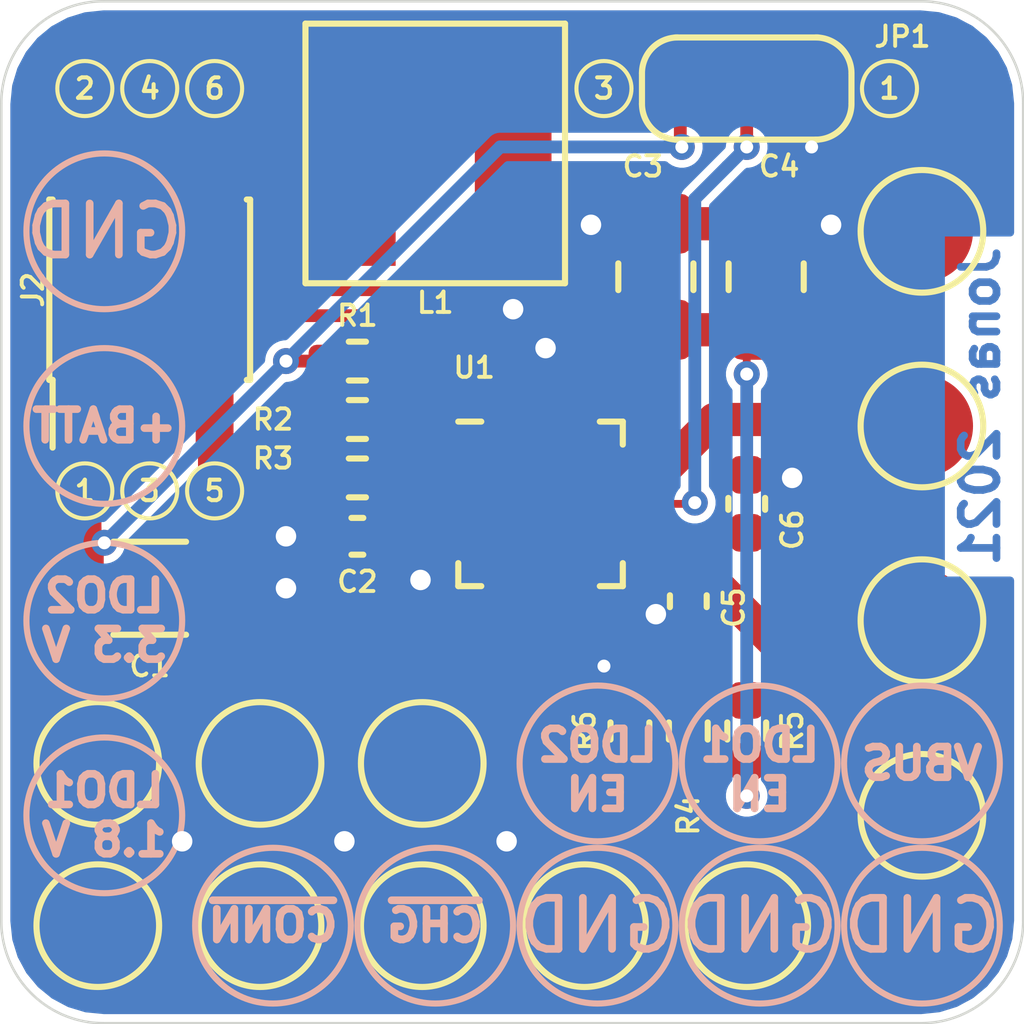
<source format=kicad_pcb>
(kicad_pcb (version 20171130) (host pcbnew "(5.1.10-1-10_14)")

  (general
    (thickness 1.6)
    (drawings 47)
    (tracks 213)
    (zones 0)
    (modules 28)
    (nets 22)
  )

  (page A4)
  (layers
    (0 F.Cu signal)
    (31 B.Cu signal)
    (32 B.Adhes user)
    (33 F.Adhes user)
    (34 B.Paste user)
    (35 F.Paste user)
    (36 B.SilkS user)
    (37 F.SilkS user)
    (38 B.Mask user)
    (39 F.Mask user)
    (40 Dwgs.User user)
    (41 Cmts.User user)
    (42 Eco1.User user)
    (43 Eco2.User user)
    (44 Edge.Cuts user)
    (45 Margin user)
    (46 B.CrtYd user)
    (47 F.CrtYd user)
    (48 B.Fab user)
    (49 F.Fab user hide)
  )

  (setup
    (last_trace_width 0.1524)
    (user_trace_width 0.1524)
    (user_trace_width 0.25)
    (user_trace_width 0.35)
    (user_trace_width 0.45)
    (user_trace_width 0.55)
    (user_trace_width 0.65)
    (user_trace_width 0.8)
    (user_trace_width 1)
    (user_trace_width 1.5)
    (user_trace_width 2)
    (user_trace_width 2.999999)
    (trace_clearance 0.1524)
    (zone_clearance 0.508)
    (zone_45_only no)
    (trace_min 0.1524)
    (via_size 0.8)
    (via_drill 0.4)
    (via_min_size 0.508)
    (via_min_drill 0.254)
    (user_via 0.508 0.254)
    (uvia_size 0.3)
    (uvia_drill 0.1)
    (uvias_allowed no)
    (uvia_min_size 0.2)
    (uvia_min_drill 0.1)
    (edge_width 0.05)
    (segment_width 0.2)
    (pcb_text_width 0.3)
    (pcb_text_size 1.5 1.5)
    (mod_edge_width 0.12)
    (mod_text_size 1 1)
    (mod_text_width 0.15)
    (pad_size 1.524 1.524)
    (pad_drill 0.762)
    (pad_to_mask_clearance 0)
    (aux_axis_origin 0 0)
    (visible_elements FFFDFF7F)
    (pcbplotparams
      (layerselection 0x010fc_ffffffff)
      (usegerberextensions false)
      (usegerberattributes true)
      (usegerberadvancedattributes true)
      (creategerberjobfile true)
      (excludeedgelayer true)
      (linewidth 0.100000)
      (plotframeref false)
      (viasonmask false)
      (mode 1)
      (useauxorigin false)
      (hpglpennumber 1)
      (hpglpenspeed 20)
      (hpglpendiameter 15.000000)
      (psnegative false)
      (psa4output false)
      (plotreference true)
      (plotvalue true)
      (plotinvisibletext false)
      (padsonsilk false)
      (subtractmaskfromsilk false)
      (outputformat 1)
      (mirror false)
      (drillshape 1)
      (scaleselection 1)
      (outputdirectory ""))
  )

  (net 0 "")
  (net 1 GND)
  (net 2 VBUS)
  (net 3 "Net-(C2-Pad1)")
  (net 4 "Net-(C3-Pad1)")
  (net 5 "Net-(J2-Pad3)")
  (net 6 "Net-(J2-Pad4)")
  (net 7 "Net-(J2-Pad2)")
  (net 8 "Net-(J4-Pad1)")
  (net 9 "Net-(J6-Pad1)")
  (net 10 "Net-(J7-Pad1)")
  (net 11 "Net-(J8-Pad1)")
  (net 12 +BATT)
  (net 13 "Net-(JP1-Pad2)")
  (net 14 "Net-(L1-Pad2)")
  (net 15 "Net-(R1-Pad2)")
  (net 16 "Net-(R2-Pad2)")
  (net 17 "Net-(R4-Pad2)")
  (net 18 "Net-(R5-Pad2)")
  (net 19 "Net-(U1-Pad17)")
  (net 20 /LDO1)
  (net 21 /LDO2)

  (net_class Default "This is the default net class."
    (clearance 0.1524)
    (trace_width 0.25)
    (via_dia 0.8)
    (via_drill 0.4)
    (uvia_dia 0.3)
    (uvia_drill 0.1)
    (add_net +BATT)
    (add_net /LDO1)
    (add_net /LDO2)
    (add_net GND)
    (add_net "Net-(C2-Pad1)")
    (add_net "Net-(C3-Pad1)")
    (add_net "Net-(J2-Pad2)")
    (add_net "Net-(J2-Pad3)")
    (add_net "Net-(J2-Pad4)")
    (add_net "Net-(J4-Pad1)")
    (add_net "Net-(J6-Pad1)")
    (add_net "Net-(J7-Pad1)")
    (add_net "Net-(J8-Pad1)")
    (add_net "Net-(JP1-Pad2)")
    (add_net "Net-(L1-Pad2)")
    (add_net "Net-(R1-Pad2)")
    (add_net "Net-(R2-Pad2)")
    (add_net "Net-(R4-Pad2)")
    (add_net "Net-(R5-Pad2)")
    (add_net "Net-(U1-Pad17)")
    (add_net VBUS)
  )

  (module Package_DFN_QFN:QFN-20-1EP_3x3mm_P0.4mm_EP1.65x1.65mm (layer F.Cu) (tedit 5DC5F6A3) (tstamp 60F9F015)
    (at 136.554 84.836)
    (descr "QFN, 20 Pin (https://www.analog.com/media/en/technical-documentation/data-sheets/3553fc.pdf#page=34), generated with kicad-footprint-generator ipc_noLead_generator.py")
    (tags "QFN NoLead")
    (path /60F3D450)
    (attr smd)
    (fp_text reference U1 (at -1.299 -2.667) (layer F.SilkS)
      (effects (font (size 0.4 0.4) (thickness 0.0762)))
    )
    (fp_text value SPV1050 (at 0 2.82) (layer F.Fab)
      (effects (font (size 1 1) (thickness 0.15)))
    )
    (fp_line (start 2.12 -2.12) (end -2.12 -2.12) (layer F.CrtYd) (width 0.05))
    (fp_line (start 2.12 2.12) (end 2.12 -2.12) (layer F.CrtYd) (width 0.05))
    (fp_line (start -2.12 2.12) (end 2.12 2.12) (layer F.CrtYd) (width 0.05))
    (fp_line (start -2.12 -2.12) (end -2.12 2.12) (layer F.CrtYd) (width 0.05))
    (fp_line (start -1.5 -0.75) (end -0.75 -1.5) (layer F.Fab) (width 0.1))
    (fp_line (start -1.5 1.5) (end -1.5 -0.75) (layer F.Fab) (width 0.1))
    (fp_line (start 1.5 1.5) (end -1.5 1.5) (layer F.Fab) (width 0.1))
    (fp_line (start 1.5 -1.5) (end 1.5 1.5) (layer F.Fab) (width 0.1))
    (fp_line (start -0.75 -1.5) (end 1.5 -1.5) (layer F.Fab) (width 0.1))
    (fp_line (start -1.16 -1.61) (end -1.61 -1.61) (layer F.SilkS) (width 0.12))
    (fp_line (start 1.61 1.61) (end 1.61 1.16) (layer F.SilkS) (width 0.12))
    (fp_line (start 1.16 1.61) (end 1.61 1.61) (layer F.SilkS) (width 0.12))
    (fp_line (start -1.61 1.61) (end -1.61 1.16) (layer F.SilkS) (width 0.12))
    (fp_line (start -1.16 1.61) (end -1.61 1.61) (layer F.SilkS) (width 0.12))
    (fp_line (start 1.61 -1.61) (end 1.61 -1.16) (layer F.SilkS) (width 0.12))
    (fp_line (start 1.16 -1.61) (end 1.61 -1.61) (layer F.SilkS) (width 0.12))
    (fp_text user %R (at 0 0) (layer F.Fab)
      (effects (font (size 0.75 0.75) (thickness 0.11)))
    )
    (pad "" smd roundrect (at 0.41 0.41) (size 0.67 0.67) (layers F.Paste) (roundrect_rratio 0.25))
    (pad "" smd roundrect (at 0.41 -0.41) (size 0.67 0.67) (layers F.Paste) (roundrect_rratio 0.25))
    (pad "" smd roundrect (at -0.41 0.41) (size 0.67 0.67) (layers F.Paste) (roundrect_rratio 0.25))
    (pad "" smd roundrect (at -0.41 -0.41) (size 0.67 0.67) (layers F.Paste) (roundrect_rratio 0.25))
    (pad 21 smd rect (at 0 0) (size 1.65 1.65) (layers F.Cu F.Mask))
    (pad 20 smd roundrect (at -0.8 -1.45) (size 0.2 0.85) (layers F.Cu F.Paste F.Mask) (roundrect_rratio 0.25)
      (net 5 "Net-(J2-Pad3)"))
    (pad 19 smd roundrect (at -0.4 -1.45) (size 0.2 0.85) (layers F.Cu F.Paste F.Mask) (roundrect_rratio 0.25)
      (net 6 "Net-(J2-Pad4)"))
    (pad 18 smd roundrect (at 0 -1.45) (size 0.2 0.85) (layers F.Cu F.Paste F.Mask) (roundrect_rratio 0.25)
      (net 1 GND))
    (pad 17 smd roundrect (at 0.4 -1.45) (size 0.2 0.85) (layers F.Cu F.Paste F.Mask) (roundrect_rratio 0.25)
      (net 19 "Net-(U1-Pad17)"))
    (pad 16 smd roundrect (at 0.8 -1.45) (size 0.2 0.85) (layers F.Cu F.Paste F.Mask) (roundrect_rratio 0.25)
      (net 14 "Net-(L1-Pad2)"))
    (pad 15 smd roundrect (at 1.45 -0.8) (size 0.85 0.2) (layers F.Cu F.Paste F.Mask) (roundrect_rratio 0.25)
      (net 4 "Net-(C3-Pad1)"))
    (pad 14 smd roundrect (at 1.45 -0.4) (size 0.85 0.2) (layers F.Cu F.Paste F.Mask) (roundrect_rratio 0.25)
      (net 12 +BATT))
    (pad 13 smd roundrect (at 1.45 0) (size 0.85 0.2) (layers F.Cu F.Paste F.Mask) (roundrect_rratio 0.25)
      (net 13 "Net-(JP1-Pad2)"))
    (pad 12 smd roundrect (at 1.45 0.4) (size 0.85 0.2) (layers F.Cu F.Paste F.Mask) (roundrect_rratio 0.25)
      (net 21 /LDO2))
    (pad 11 smd roundrect (at 1.45 0.8) (size 0.85 0.2) (layers F.Cu F.Paste F.Mask) (roundrect_rratio 0.25)
      (net 20 /LDO1))
    (pad 10 smd roundrect (at 0.8 1.45) (size 0.2 0.85) (layers F.Cu F.Paste F.Mask) (roundrect_rratio 0.25)
      (net 17 "Net-(R4-Pad2)"))
    (pad 9 smd roundrect (at 0.4 1.45) (size 0.2 0.85) (layers F.Cu F.Paste F.Mask) (roundrect_rratio 0.25)
      (net 18 "Net-(R5-Pad2)"))
    (pad 8 smd roundrect (at 0 1.45) (size 0.2 0.85) (layers F.Cu F.Paste F.Mask) (roundrect_rratio 0.25)
      (net 10 "Net-(J7-Pad1)"))
    (pad 7 smd roundrect (at -0.4 1.45) (size 0.2 0.85) (layers F.Cu F.Paste F.Mask) (roundrect_rratio 0.25)
      (net 11 "Net-(J8-Pad1)"))
    (pad 6 smd roundrect (at -0.8 1.45) (size 0.2 0.85) (layers F.Cu F.Paste F.Mask) (roundrect_rratio 0.25)
      (net 8 "Net-(J4-Pad1)"))
    (pad 5 smd roundrect (at -1.45 0.8) (size 0.85 0.2) (layers F.Cu F.Paste F.Mask) (roundrect_rratio 0.25)
      (net 9 "Net-(J6-Pad1)"))
    (pad 4 smd roundrect (at -1.45 0.4) (size 0.85 0.2) (layers F.Cu F.Paste F.Mask) (roundrect_rratio 0.25)
      (net 1 GND))
    (pad 3 smd roundrect (at -1.45 0) (size 0.85 0.2) (layers F.Cu F.Paste F.Mask) (roundrect_rratio 0.25)
      (net 3 "Net-(C2-Pad1)"))
    (pad 2 smd roundrect (at -1.45 -0.4) (size 0.85 0.2) (layers F.Cu F.Paste F.Mask) (roundrect_rratio 0.25)
      (net 16 "Net-(R2-Pad2)"))
    (pad 1 smd roundrect (at -1.45 -0.8) (size 0.85 0.2) (layers F.Cu F.Paste F.Mask) (roundrect_rratio 0.25)
      (net 15 "Net-(R1-Pad2)"))
    (model ${KISYS3DMOD}/Package_DFN_QFN.3dshapes/QFN-20-1EP_3x3mm_P0.4mm_EP1.65x1.65mm.wrl
      (at (xyz 0 0 0))
      (scale (xyz 1 1 1))
      (rotate (xyz 0 0 0))
    )
  )

  (module Connector_PinHeader_1.27mm:PinHeader_2x03_P1.27mm_Vertical_SMD (layer F.Cu) (tedit 59FED6E3) (tstamp 60FB19FA)
    (at 128.905 80.645 90)
    (descr "surface-mounted straight pin header, 2x03, 1.27mm pitch, double rows")
    (tags "Surface mounted pin header SMD 2x03 1.27mm double row")
    (path /60F42181)
    (attr smd)
    (fp_text reference J2 (at 0 -2.286 90) (layer F.SilkS)
      (effects (font (size 0.4 0.4) (thickness 0.0762)))
    )
    (fp_text value Conn_02x03_Odd_Even (at 0 2.965 90) (layer F.Fab)
      (effects (font (size 1 1) (thickness 0.15)))
    )
    (fp_line (start 4.3 -2.45) (end -4.3 -2.45) (layer F.CrtYd) (width 0.05))
    (fp_line (start 4.3 2.45) (end 4.3 -2.45) (layer F.CrtYd) (width 0.05))
    (fp_line (start -4.3 2.45) (end 4.3 2.45) (layer F.CrtYd) (width 0.05))
    (fp_line (start -4.3 -2.45) (end -4.3 2.45) (layer F.CrtYd) (width 0.05))
    (fp_line (start 1.765 1.9) (end 1.765 1.965) (layer F.SilkS) (width 0.12))
    (fp_line (start -1.765 1.9) (end -1.765 1.965) (layer F.SilkS) (width 0.12))
    (fp_line (start 1.765 -1.965) (end 1.765 -1.9) (layer F.SilkS) (width 0.12))
    (fp_line (start -1.765 -1.965) (end -1.765 -1.9) (layer F.SilkS) (width 0.12))
    (fp_line (start -3.09 -1.9) (end -1.765 -1.9) (layer F.SilkS) (width 0.12))
    (fp_line (start -1.765 1.965) (end 1.765 1.965) (layer F.SilkS) (width 0.12))
    (fp_line (start -1.765 -1.965) (end 1.765 -1.965) (layer F.SilkS) (width 0.12))
    (fp_line (start 2.75 1.47) (end 1.705 1.47) (layer F.Fab) (width 0.1))
    (fp_line (start 2.75 1.07) (end 2.75 1.47) (layer F.Fab) (width 0.1))
    (fp_line (start 1.705 1.07) (end 2.75 1.07) (layer F.Fab) (width 0.1))
    (fp_line (start -2.75 1.47) (end -1.705 1.47) (layer F.Fab) (width 0.1))
    (fp_line (start -2.75 1.07) (end -2.75 1.47) (layer F.Fab) (width 0.1))
    (fp_line (start -1.705 1.07) (end -2.75 1.07) (layer F.Fab) (width 0.1))
    (fp_line (start 2.75 0.2) (end 1.705 0.2) (layer F.Fab) (width 0.1))
    (fp_line (start 2.75 -0.2) (end 2.75 0.2) (layer F.Fab) (width 0.1))
    (fp_line (start 1.705 -0.2) (end 2.75 -0.2) (layer F.Fab) (width 0.1))
    (fp_line (start -2.75 0.2) (end -1.705 0.2) (layer F.Fab) (width 0.1))
    (fp_line (start -2.75 -0.2) (end -2.75 0.2) (layer F.Fab) (width 0.1))
    (fp_line (start -1.705 -0.2) (end -2.75 -0.2) (layer F.Fab) (width 0.1))
    (fp_line (start 2.75 -1.07) (end 1.705 -1.07) (layer F.Fab) (width 0.1))
    (fp_line (start 2.75 -1.47) (end 2.75 -1.07) (layer F.Fab) (width 0.1))
    (fp_line (start 1.705 -1.47) (end 2.75 -1.47) (layer F.Fab) (width 0.1))
    (fp_line (start -2.75 -1.07) (end -1.705 -1.07) (layer F.Fab) (width 0.1))
    (fp_line (start -2.75 -1.47) (end -2.75 -1.07) (layer F.Fab) (width 0.1))
    (fp_line (start -1.705 -1.47) (end -2.75 -1.47) (layer F.Fab) (width 0.1))
    (fp_line (start 1.705 -1.905) (end 1.705 1.905) (layer F.Fab) (width 0.1))
    (fp_line (start -1.705 -1.47) (end -1.27 -1.905) (layer F.Fab) (width 0.1))
    (fp_line (start -1.705 1.905) (end -1.705 -1.47) (layer F.Fab) (width 0.1))
    (fp_line (start -1.27 -1.905) (end 1.705 -1.905) (layer F.Fab) (width 0.1))
    (fp_line (start 1.705 1.905) (end -1.705 1.905) (layer F.Fab) (width 0.1))
    (fp_text user %R (at 0 0) (layer F.Fab)
      (effects (font (size 1 1) (thickness 0.15)))
    )
    (pad 6 smd rect (at 1.95 1.27 90) (size 2.4 0.74) (layers F.Cu F.Paste F.Mask)
      (net 5 "Net-(J2-Pad3)"))
    (pad 5 smd rect (at -1.95 1.27 90) (size 2.4 0.74) (layers F.Cu F.Paste F.Mask)
      (net 1 GND))
    (pad 4 smd rect (at 1.95 0 90) (size 2.4 0.74) (layers F.Cu F.Paste F.Mask)
      (net 6 "Net-(J2-Pad4)"))
    (pad 3 smd rect (at -1.95 0 90) (size 2.4 0.74) (layers F.Cu F.Paste F.Mask)
      (net 5 "Net-(J2-Pad3)"))
    (pad 2 smd rect (at 1.95 -1.27 90) (size 2.4 0.74) (layers F.Cu F.Paste F.Mask)
      (net 7 "Net-(J2-Pad2)"))
    (pad 1 smd rect (at -1.95 -1.27 90) (size 2.4 0.74) (layers F.Cu F.Paste F.Mask)
      (net 2 VBUS))
    (model ${KISYS3DMOD}/Connector_PinHeader_1.27mm.3dshapes/PinHeader_2x03_P1.27mm_Vertical_SMD.wrl
      (at (xyz 0 0 0))
      (scale (xyz 1 1 1))
      (rotate (xyz 0 0 0))
    )
  )

  (module Capacitor_SMD:C_0402_1005Metric_Pad0.74x0.62mm_HandSolder (layer F.Cu) (tedit 5F6BB22C) (tstamp 60FAEF26)
    (at 140.589 84.836 90)
    (descr "Capacitor SMD 0402 (1005 Metric), square (rectangular) end terminal, IPC_7351 nominal with elongated pad for handsoldering. (Body size source: IPC-SM-782 page 76, https://www.pcb-3d.com/wordpress/wp-content/uploads/ipc-sm-782a_amendment_1_and_2.pdf), generated with kicad-footprint-generator")
    (tags "capacitor handsolder")
    (path /60FE744C)
    (attr smd)
    (fp_text reference C6 (at -0.508 0.889 90) (layer F.SilkS)
      (effects (font (size 0.4 0.4) (thickness 0.0762)))
    )
    (fp_text value 100n (at 0 1.16 90) (layer F.Fab)
      (effects (font (size 1 1) (thickness 0.15)))
    )
    (fp_line (start 1.08 0.46) (end -1.08 0.46) (layer F.CrtYd) (width 0.05))
    (fp_line (start 1.08 -0.46) (end 1.08 0.46) (layer F.CrtYd) (width 0.05))
    (fp_line (start -1.08 -0.46) (end 1.08 -0.46) (layer F.CrtYd) (width 0.05))
    (fp_line (start -1.08 0.46) (end -1.08 -0.46) (layer F.CrtYd) (width 0.05))
    (fp_line (start -0.115835 0.36) (end 0.115835 0.36) (layer F.SilkS) (width 0.12))
    (fp_line (start -0.115835 -0.36) (end 0.115835 -0.36) (layer F.SilkS) (width 0.12))
    (fp_line (start 0.5 0.25) (end -0.5 0.25) (layer F.Fab) (width 0.1))
    (fp_line (start 0.5 -0.25) (end 0.5 0.25) (layer F.Fab) (width 0.1))
    (fp_line (start -0.5 -0.25) (end 0.5 -0.25) (layer F.Fab) (width 0.1))
    (fp_line (start -0.5 0.25) (end -0.5 -0.25) (layer F.Fab) (width 0.1))
    (fp_text user %R (at 0 0 90) (layer F.Fab)
      (effects (font (size 0.25 0.25) (thickness 0.04)))
    )
    (pad 2 smd roundrect (at 0.5675 0 90) (size 0.735 0.62) (layers F.Cu F.Paste F.Mask) (roundrect_rratio 0.25)
      (net 1 GND))
    (pad 1 smd roundrect (at -0.5675 0 90) (size 0.735 0.62) (layers F.Cu F.Paste F.Mask) (roundrect_rratio 0.25)
      (net 21 /LDO2))
    (model ${KISYS3DMOD}/Capacitor_SMD.3dshapes/C_0402_1005Metric.wrl
      (at (xyz 0 0 0))
      (scale (xyz 1 1 1))
      (rotate (xyz 0 0 0))
    )
  )

  (module Capacitor_SMD:C_0402_1005Metric_Pad0.74x0.62mm_HandSolder (layer F.Cu) (tedit 5F6BB22C) (tstamp 60FAEF15)
    (at 139.446 86.741 270)
    (descr "Capacitor SMD 0402 (1005 Metric), square (rectangular) end terminal, IPC_7351 nominal with elongated pad for handsoldering. (Body size source: IPC-SM-782 page 76, https://www.pcb-3d.com/wordpress/wp-content/uploads/ipc-sm-782a_amendment_1_and_2.pdf), generated with kicad-footprint-generator")
    (tags "capacitor handsolder")
    (path /60FE19C6)
    (attr smd)
    (fp_text reference C5 (at 0.127 -0.889 90) (layer F.SilkS)
      (effects (font (size 0.4 0.4) (thickness 0.0762)))
    )
    (fp_text value 100n (at 0 1.16 90) (layer F.Fab)
      (effects (font (size 1 1) (thickness 0.15)))
    )
    (fp_line (start 1.08 0.46) (end -1.08 0.46) (layer F.CrtYd) (width 0.05))
    (fp_line (start 1.08 -0.46) (end 1.08 0.46) (layer F.CrtYd) (width 0.05))
    (fp_line (start -1.08 -0.46) (end 1.08 -0.46) (layer F.CrtYd) (width 0.05))
    (fp_line (start -1.08 0.46) (end -1.08 -0.46) (layer F.CrtYd) (width 0.05))
    (fp_line (start -0.115835 0.36) (end 0.115835 0.36) (layer F.SilkS) (width 0.12))
    (fp_line (start -0.115835 -0.36) (end 0.115835 -0.36) (layer F.SilkS) (width 0.12))
    (fp_line (start 0.5 0.25) (end -0.5 0.25) (layer F.Fab) (width 0.1))
    (fp_line (start 0.5 -0.25) (end 0.5 0.25) (layer F.Fab) (width 0.1))
    (fp_line (start -0.5 -0.25) (end 0.5 -0.25) (layer F.Fab) (width 0.1))
    (fp_line (start -0.5 0.25) (end -0.5 -0.25) (layer F.Fab) (width 0.1))
    (fp_text user %R (at 0 0 90) (layer F.Fab)
      (effects (font (size 0.25 0.25) (thickness 0.04)))
    )
    (pad 2 smd roundrect (at 0.5675 0 270) (size 0.735 0.62) (layers F.Cu F.Paste F.Mask) (roundrect_rratio 0.25)
      (net 1 GND))
    (pad 1 smd roundrect (at -0.5675 0 270) (size 0.735 0.62) (layers F.Cu F.Paste F.Mask) (roundrect_rratio 0.25)
      (net 20 /LDO1))
    (model ${KISYS3DMOD}/Capacitor_SMD.3dshapes/C_0402_1005Metric.wrl
      (at (xyz 0 0 0))
      (scale (xyz 1 1 1))
      (rotate (xyz 0 0 0))
    )
  )

  (module TestPoint:TestPoint_Pad_D2.0mm (layer F.Cu) (tedit 5A0F774F) (tstamp 60FA0A28)
    (at 127.889 93.091)
    (descr "SMD pad as test Point, diameter 2.0mm")
    (tags "test point SMD pad")
    (path /60FCC66D)
    (attr virtual)
    (fp_text reference J13 (at 0 -1.998) (layer F.SilkS) hide
      (effects (font (size 0.4 0.4) (thickness 0.0762)))
    )
    (fp_text value Conn_01x01 (at 0 2.05) (layer F.Fab)
      (effects (font (size 1 1) (thickness 0.15)))
    )
    (fp_circle (center 0 0) (end 0 1.2) (layer F.SilkS) (width 0.12))
    (fp_circle (center 0 0) (end 1.5 0) (layer F.CrtYd) (width 0.05))
    (fp_text user %R (at 0 -2) (layer F.Fab)
      (effects (font (size 1 1) (thickness 0.15)))
    )
    (pad 1 smd circle (at 0 0) (size 2 2) (layers F.Cu F.Mask)
      (net 1 GND))
  )

  (module Resistor_SMD:R_0402_1005Metric_Pad0.72x0.64mm_HandSolder (layer F.Cu) (tedit 5F6BB9E0) (tstamp 60F9E9A5)
    (at 138.303 89.281 90)
    (descr "Resistor SMD 0402 (1005 Metric), square (rectangular) end terminal, IPC_7351 nominal with elongated pad for handsoldering. (Body size source: IPC-SM-782 page 72, https://www.pcb-3d.com/wordpress/wp-content/uploads/ipc-sm-782a_amendment_1_and_2.pdf), generated with kicad-footprint-generator")
    (tags "resistor handsolder")
    (path /60F90655)
    (attr smd)
    (fp_text reference R6 (at 0 -0.889 90) (layer F.SilkS)
      (effects (font (size 0.4 0.4) (thickness 0.0762)))
    )
    (fp_text value R (at 0 1.17 90) (layer F.Fab)
      (effects (font (size 1 1) (thickness 0.15)))
    )
    (fp_line (start 1.1 0.47) (end -1.1 0.47) (layer F.CrtYd) (width 0.05))
    (fp_line (start 1.1 -0.47) (end 1.1 0.47) (layer F.CrtYd) (width 0.05))
    (fp_line (start -1.1 -0.47) (end 1.1 -0.47) (layer F.CrtYd) (width 0.05))
    (fp_line (start -1.1 0.47) (end -1.1 -0.47) (layer F.CrtYd) (width 0.05))
    (fp_line (start -0.167621 0.38) (end 0.167621 0.38) (layer F.SilkS) (width 0.12))
    (fp_line (start -0.167621 -0.38) (end 0.167621 -0.38) (layer F.SilkS) (width 0.12))
    (fp_line (start 0.525 0.27) (end -0.525 0.27) (layer F.Fab) (width 0.1))
    (fp_line (start 0.525 -0.27) (end 0.525 0.27) (layer F.Fab) (width 0.1))
    (fp_line (start -0.525 -0.27) (end 0.525 -0.27) (layer F.Fab) (width 0.1))
    (fp_line (start -0.525 0.27) (end -0.525 -0.27) (layer F.Fab) (width 0.1))
    (fp_text user %R (at 0 0 90) (layer F.Fab)
      (effects (font (size 0.26 0.26) (thickness 0.04)))
    )
    (pad 2 smd roundrect (at 0.5975 0 90) (size 0.715 0.64) (layers F.Cu F.Paste F.Mask) (roundrect_rratio 0.25)
      (net 1 GND))
    (pad 1 smd roundrect (at -0.5975 0 90) (size 0.715 0.64) (layers F.Cu F.Paste F.Mask) (roundrect_rratio 0.25)
      (net 18 "Net-(R5-Pad2)"))
    (model ${KISYS3DMOD}/Resistor_SMD.3dshapes/R_0402_1005Metric.wrl
      (at (xyz 0 0 0))
      (scale (xyz 1 1 1))
      (rotate (xyz 0 0 0))
    )
  )

  (module Resistor_SMD:R_0402_1005Metric_Pad0.72x0.64mm_HandSolder (layer F.Cu) (tedit 5F6BB9E0) (tstamp 60F9E994)
    (at 139.446 89.281 270)
    (descr "Resistor SMD 0402 (1005 Metric), square (rectangular) end terminal, IPC_7351 nominal with elongated pad for handsoldering. (Body size source: IPC-SM-782 page 72, https://www.pcb-3d.com/wordpress/wp-content/uploads/ipc-sm-782a_amendment_1_and_2.pdf), generated with kicad-footprint-generator")
    (tags "resistor handsolder")
    (path /60F902E5)
    (attr smd)
    (fp_text reference R5 (at 0 -2.032 90) (layer F.SilkS)
      (effects (font (size 0.4 0.4) (thickness 0.0762)))
    )
    (fp_text value R (at 0 1.17 90) (layer F.Fab)
      (effects (font (size 1 1) (thickness 0.15)))
    )
    (fp_line (start 1.1 0.47) (end -1.1 0.47) (layer F.CrtYd) (width 0.05))
    (fp_line (start 1.1 -0.47) (end 1.1 0.47) (layer F.CrtYd) (width 0.05))
    (fp_line (start -1.1 -0.47) (end 1.1 -0.47) (layer F.CrtYd) (width 0.05))
    (fp_line (start -1.1 0.47) (end -1.1 -0.47) (layer F.CrtYd) (width 0.05))
    (fp_line (start -0.167621 0.38) (end 0.167621 0.38) (layer F.SilkS) (width 0.12))
    (fp_line (start -0.167621 -0.38) (end 0.167621 -0.38) (layer F.SilkS) (width 0.12))
    (fp_line (start 0.525 0.27) (end -0.525 0.27) (layer F.Fab) (width 0.1))
    (fp_line (start 0.525 -0.27) (end 0.525 0.27) (layer F.Fab) (width 0.1))
    (fp_line (start -0.525 -0.27) (end 0.525 -0.27) (layer F.Fab) (width 0.1))
    (fp_line (start -0.525 0.27) (end -0.525 -0.27) (layer F.Fab) (width 0.1))
    (fp_text user %R (at 0 0 90) (layer F.Fab)
      (effects (font (size 0.26 0.26) (thickness 0.04)))
    )
    (pad 2 smd roundrect (at 0.5975 0 270) (size 0.715 0.64) (layers F.Cu F.Paste F.Mask) (roundrect_rratio 0.25)
      (net 18 "Net-(R5-Pad2)"))
    (pad 1 smd roundrect (at -0.5975 0 270) (size 0.715 0.64) (layers F.Cu F.Paste F.Mask) (roundrect_rratio 0.25)
      (net 17 "Net-(R4-Pad2)"))
    (model ${KISYS3DMOD}/Resistor_SMD.3dshapes/R_0402_1005Metric.wrl
      (at (xyz 0 0 0))
      (scale (xyz 1 1 1))
      (rotate (xyz 0 0 0))
    )
  )

  (module Resistor_SMD:R_0402_1005Metric_Pad0.72x0.64mm_HandSolder (layer F.Cu) (tedit 5F6BB9E0) (tstamp 60F9E983)
    (at 140.589 89.281 90)
    (descr "Resistor SMD 0402 (1005 Metric), square (rectangular) end terminal, IPC_7351 nominal with elongated pad for handsoldering. (Body size source: IPC-SM-782 page 72, https://www.pcb-3d.com/wordpress/wp-content/uploads/ipc-sm-782a_amendment_1_and_2.pdf), generated with kicad-footprint-generator")
    (tags "resistor handsolder")
    (path /60F8FBD4)
    (attr smd)
    (fp_text reference R4 (at -1.651 -1.143 90) (layer F.SilkS)
      (effects (font (size 0.4 0.4) (thickness 0.0762)))
    )
    (fp_text value 10M (at 0 1.17 90) (layer F.Fab)
      (effects (font (size 1 1) (thickness 0.15)))
    )
    (fp_line (start 1.1 0.47) (end -1.1 0.47) (layer F.CrtYd) (width 0.05))
    (fp_line (start 1.1 -0.47) (end 1.1 0.47) (layer F.CrtYd) (width 0.05))
    (fp_line (start -1.1 -0.47) (end 1.1 -0.47) (layer F.CrtYd) (width 0.05))
    (fp_line (start -1.1 0.47) (end -1.1 -0.47) (layer F.CrtYd) (width 0.05))
    (fp_line (start -0.167621 0.38) (end 0.167621 0.38) (layer F.SilkS) (width 0.12))
    (fp_line (start -0.167621 -0.38) (end 0.167621 -0.38) (layer F.SilkS) (width 0.12))
    (fp_line (start 0.525 0.27) (end -0.525 0.27) (layer F.Fab) (width 0.1))
    (fp_line (start 0.525 -0.27) (end 0.525 0.27) (layer F.Fab) (width 0.1))
    (fp_line (start -0.525 -0.27) (end 0.525 -0.27) (layer F.Fab) (width 0.1))
    (fp_line (start -0.525 0.27) (end -0.525 -0.27) (layer F.Fab) (width 0.1))
    (fp_text user %R (at 0 0 90) (layer F.Fab)
      (effects (font (size 0.26 0.26) (thickness 0.04)))
    )
    (pad 2 smd roundrect (at 0.5975 0 90) (size 0.715 0.64) (layers F.Cu F.Paste F.Mask) (roundrect_rratio 0.25)
      (net 17 "Net-(R4-Pad2)"))
    (pad 1 smd roundrect (at -0.5975 0 90) (size 0.715 0.64) (layers F.Cu F.Paste F.Mask) (roundrect_rratio 0.25)
      (net 4 "Net-(C3-Pad1)"))
    (model ${KISYS3DMOD}/Resistor_SMD.3dshapes/R_0402_1005Metric.wrl
      (at (xyz 0 0 0))
      (scale (xyz 1 1 1))
      (rotate (xyz 0 0 0))
    )
  )

  (module Resistor_SMD:R_0402_1005Metric_Pad0.72x0.64mm_HandSolder (layer F.Cu) (tedit 5F6BB9E0) (tstamp 60F9FE2E)
    (at 132.969 84.328 180)
    (descr "Resistor SMD 0402 (1005 Metric), square (rectangular) end terminal, IPC_7351 nominal with elongated pad for handsoldering. (Body size source: IPC-SM-782 page 72, https://www.pcb-3d.com/wordpress/wp-content/uploads/ipc-sm-782a_amendment_1_and_2.pdf), generated with kicad-footprint-generator")
    (tags "resistor handsolder")
    (path /60F8F87A)
    (attr smd)
    (fp_text reference R3 (at 1.651 0.381) (layer F.SilkS)
      (effects (font (size 0.4 0.4) (thickness 0.0762)))
    )
    (fp_text value R (at 0 1.17) (layer F.Fab)
      (effects (font (size 1 1) (thickness 0.15)))
    )
    (fp_line (start 1.1 0.47) (end -1.1 0.47) (layer F.CrtYd) (width 0.05))
    (fp_line (start 1.1 -0.47) (end 1.1 0.47) (layer F.CrtYd) (width 0.05))
    (fp_line (start -1.1 -0.47) (end 1.1 -0.47) (layer F.CrtYd) (width 0.05))
    (fp_line (start -1.1 0.47) (end -1.1 -0.47) (layer F.CrtYd) (width 0.05))
    (fp_line (start -0.167621 0.38) (end 0.167621 0.38) (layer F.SilkS) (width 0.12))
    (fp_line (start -0.167621 -0.38) (end 0.167621 -0.38) (layer F.SilkS) (width 0.12))
    (fp_line (start 0.525 0.27) (end -0.525 0.27) (layer F.Fab) (width 0.1))
    (fp_line (start 0.525 -0.27) (end 0.525 0.27) (layer F.Fab) (width 0.1))
    (fp_line (start -0.525 -0.27) (end 0.525 -0.27) (layer F.Fab) (width 0.1))
    (fp_line (start -0.525 0.27) (end -0.525 -0.27) (layer F.Fab) (width 0.1))
    (fp_text user %R (at 0 0) (layer F.Fab)
      (effects (font (size 0.26 0.26) (thickness 0.04)))
    )
    (pad 2 smd roundrect (at 0.5975 0 180) (size 0.715 0.64) (layers F.Cu F.Paste F.Mask) (roundrect_rratio 0.25)
      (net 1 GND))
    (pad 1 smd roundrect (at -0.5975 0 180) (size 0.715 0.64) (layers F.Cu F.Paste F.Mask) (roundrect_rratio 0.25)
      (net 16 "Net-(R2-Pad2)"))
    (model ${KISYS3DMOD}/Resistor_SMD.3dshapes/R_0402_1005Metric.wrl
      (at (xyz 0 0 0))
      (scale (xyz 1 1 1))
      (rotate (xyz 0 0 0))
    )
  )

  (module Resistor_SMD:R_0402_1005Metric_Pad0.72x0.64mm_HandSolder (layer F.Cu) (tedit 5F6BB9E0) (tstamp 60F9FE5E)
    (at 132.969 83.185)
    (descr "Resistor SMD 0402 (1005 Metric), square (rectangular) end terminal, IPC_7351 nominal with elongated pad for handsoldering. (Body size source: IPC-SM-782 page 72, https://www.pcb-3d.com/wordpress/wp-content/uploads/ipc-sm-782a_amendment_1_and_2.pdf), generated with kicad-footprint-generator")
    (tags "resistor handsolder")
    (path /60F8F433)
    (attr smd)
    (fp_text reference R2 (at -1.651 0) (layer F.SilkS)
      (effects (font (size 0.4 0.4) (thickness 0.0762)))
    )
    (fp_text value R (at 0 1.17) (layer F.Fab)
      (effects (font (size 1 1) (thickness 0.15)))
    )
    (fp_line (start 1.1 0.47) (end -1.1 0.47) (layer F.CrtYd) (width 0.05))
    (fp_line (start 1.1 -0.47) (end 1.1 0.47) (layer F.CrtYd) (width 0.05))
    (fp_line (start -1.1 -0.47) (end 1.1 -0.47) (layer F.CrtYd) (width 0.05))
    (fp_line (start -1.1 0.47) (end -1.1 -0.47) (layer F.CrtYd) (width 0.05))
    (fp_line (start -0.167621 0.38) (end 0.167621 0.38) (layer F.SilkS) (width 0.12))
    (fp_line (start -0.167621 -0.38) (end 0.167621 -0.38) (layer F.SilkS) (width 0.12))
    (fp_line (start 0.525 0.27) (end -0.525 0.27) (layer F.Fab) (width 0.1))
    (fp_line (start 0.525 -0.27) (end 0.525 0.27) (layer F.Fab) (width 0.1))
    (fp_line (start -0.525 -0.27) (end 0.525 -0.27) (layer F.Fab) (width 0.1))
    (fp_line (start -0.525 0.27) (end -0.525 -0.27) (layer F.Fab) (width 0.1))
    (fp_text user %R (at 0 0) (layer F.Fab)
      (effects (font (size 0.26 0.26) (thickness 0.04)))
    )
    (pad 2 smd roundrect (at 0.5975 0) (size 0.715 0.64) (layers F.Cu F.Paste F.Mask) (roundrect_rratio 0.25)
      (net 16 "Net-(R2-Pad2)"))
    (pad 1 smd roundrect (at -0.5975 0) (size 0.715 0.64) (layers F.Cu F.Paste F.Mask) (roundrect_rratio 0.25)
      (net 15 "Net-(R1-Pad2)"))
    (model ${KISYS3DMOD}/Resistor_SMD.3dshapes/R_0402_1005Metric.wrl
      (at (xyz 0 0 0))
      (scale (xyz 1 1 1))
      (rotate (xyz 0 0 0))
    )
  )

  (module Resistor_SMD:R_0402_1005Metric_Pad0.72x0.64mm_HandSolder (layer F.Cu) (tedit 5F6BB9E0) (tstamp 60F9FE8E)
    (at 132.969 82.042)
    (descr "Resistor SMD 0402 (1005 Metric), square (rectangular) end terminal, IPC_7351 nominal with elongated pad for handsoldering. (Body size source: IPC-SM-782 page 72, https://www.pcb-3d.com/wordpress/wp-content/uploads/ipc-sm-782a_amendment_1_and_2.pdf), generated with kicad-footprint-generator")
    (tags "resistor handsolder")
    (path /60F4E221)
    (attr smd)
    (fp_text reference R1 (at 0 -0.889) (layer F.SilkS)
      (effects (font (size 0.4 0.4) (thickness 0.0762)))
    )
    (fp_text value 10M (at 0 1.17) (layer F.Fab)
      (effects (font (size 1 1) (thickness 0.15)))
    )
    (fp_line (start 1.1 0.47) (end -1.1 0.47) (layer F.CrtYd) (width 0.05))
    (fp_line (start 1.1 -0.47) (end 1.1 0.47) (layer F.CrtYd) (width 0.05))
    (fp_line (start -1.1 -0.47) (end 1.1 -0.47) (layer F.CrtYd) (width 0.05))
    (fp_line (start -1.1 0.47) (end -1.1 -0.47) (layer F.CrtYd) (width 0.05))
    (fp_line (start -0.167621 0.38) (end 0.167621 0.38) (layer F.SilkS) (width 0.12))
    (fp_line (start -0.167621 -0.38) (end 0.167621 -0.38) (layer F.SilkS) (width 0.12))
    (fp_line (start 0.525 0.27) (end -0.525 0.27) (layer F.Fab) (width 0.1))
    (fp_line (start 0.525 -0.27) (end 0.525 0.27) (layer F.Fab) (width 0.1))
    (fp_line (start -0.525 -0.27) (end 0.525 -0.27) (layer F.Fab) (width 0.1))
    (fp_line (start -0.525 0.27) (end -0.525 -0.27) (layer F.Fab) (width 0.1))
    (fp_text user %R (at 0 0) (layer F.Fab)
      (effects (font (size 0.26 0.26) (thickness 0.04)))
    )
    (pad 2 smd roundrect (at 0.5975 0) (size 0.715 0.64) (layers F.Cu F.Paste F.Mask) (roundrect_rratio 0.25)
      (net 15 "Net-(R1-Pad2)"))
    (pad 1 smd roundrect (at -0.5975 0) (size 0.715 0.64) (layers F.Cu F.Paste F.Mask) (roundrect_rratio 0.25)
      (net 2 VBUS))
    (model ${KISYS3DMOD}/Resistor_SMD.3dshapes/R_0402_1005Metric.wrl
      (at (xyz 0 0 0))
      (scale (xyz 1 1 1))
      (rotate (xyz 0 0 0))
    )
  )

  (module we-lqs:WE-LQS (layer F.Cu) (tedit 60F9CF3D) (tstamp 60F9E93F)
    (at 134.493 77.978 90)
    (path /60F45295)
    (fp_text reference L1 (at -2.921 0 180) (layer F.SilkS)
      (effects (font (size 0.4 0.4) (thickness 0.0762)))
    )
    (fp_text value 22u (at 0 -3.81 90) (layer F.Fab)
      (effects (font (size 1 1) (thickness 0.15)))
    )
    (fp_line (start -2.54 2.54) (end -2.54 -2.54) (layer F.SilkS) (width 0.12))
    (fp_line (start 2.54 2.54) (end -2.54 2.54) (layer F.SilkS) (width 0.12))
    (fp_line (start 2.54 -2.54) (end 2.54 2.54) (layer F.SilkS) (width 0.12))
    (fp_line (start -2.54 -2.54) (end 2.54 -2.54) (layer F.SilkS) (width 0.12))
    (pad 2 smd rect (at 0 1.525 90) (size 4.4 1.5) (layers F.Cu F.Paste F.Mask)
      (net 14 "Net-(L1-Pad2)"))
    (pad 1 smd rect (at 0 -1.525 90) (size 4.4 1.5) (layers F.Cu F.Paste F.Mask)
      (net 7 "Net-(J2-Pad2)"))
  )

  (module Jumper:SolderJumper-3_P1.3mm_Open_RoundedPad1.0x1.5mm_NumberLabels (layer F.Cu) (tedit 5B391ED1) (tstamp 60F9E935)
    (at 140.589 76.708 180)
    (descr "SMD Solder 3-pad Jumper, 1x1.5mm rounded Pads, 0.3mm gap, open, labeled with numbers")
    (tags "solder jumper open")
    (path /60F64B5A)
    (zone_connect 1)
    (attr virtual)
    (fp_text reference JP1 (at -3.048 1.016) (layer F.SilkS)
      (effects (font (size 0.4 0.4) (thickness 0.0762)))
    )
    (fp_text value Jumper_NC_Dual (at 0 1.9) (layer F.Fab)
      (effects (font (size 1 1) (thickness 0.15)))
    )
    (fp_line (start 2.3 1.25) (end -2.3 1.25) (layer F.CrtYd) (width 0.05))
    (fp_line (start 2.3 1.25) (end 2.3 -1.25) (layer F.CrtYd) (width 0.05))
    (fp_line (start -2.3 -1.25) (end -2.3 1.25) (layer F.CrtYd) (width 0.05))
    (fp_line (start -2.3 -1.25) (end 2.3 -1.25) (layer F.CrtYd) (width 0.05))
    (fp_line (start -1.4 -1) (end 1.4 -1) (layer F.SilkS) (width 0.12))
    (fp_line (start 2.05 -0.3) (end 2.05 0.3) (layer F.SilkS) (width 0.12))
    (fp_line (start 1.4 1) (end -1.4 1) (layer F.SilkS) (width 0.12))
    (fp_line (start -2.05 0.3) (end -2.05 -0.3) (layer F.SilkS) (width 0.12))
    (fp_arc (start -1.35 -0.3) (end -1.35 -1) (angle -90) (layer F.SilkS) (width 0.12))
    (fp_arc (start -1.35 0.3) (end -2.05 0.3) (angle -90) (layer F.SilkS) (width 0.12))
    (fp_arc (start 1.35 0.3) (end 1.35 1) (angle -90) (layer F.SilkS) (width 0.12))
    (fp_arc (start 1.35 -0.3) (end 2.05 -0.3) (angle -90) (layer F.SilkS) (width 0.12))
    (fp_text user 1 (at -2.794 0) (layer F.SilkS)
      (effects (font (size 0.4 0.4) (thickness 0.08)))
    )
    (fp_text user 3 (at 2.794 0) (layer F.SilkS)
      (effects (font (size 0.4 0.4) (thickness 0.08)))
    )
    (pad 2 smd rect (at 0 0 180) (size 1 1.5) (layers F.Cu F.Mask)
      (net 13 "Net-(JP1-Pad2)") (zone_connect 1))
    (pad 3 smd custom (at 1.3 0 180) (size 1 0.5) (layers F.Cu F.Mask)
      (net 2 VBUS) (zone_connect 2)
      (options (clearance outline) (anchor rect))
      (primitives
        (gr_circle (center 0 0.25) (end 0.5 0.25) (width 0))
        (gr_circle (center 0 -0.25) (end 0.5 -0.25) (width 0))
        (gr_poly (pts
           (xy -0.55 -0.75) (xy 0 -0.75) (xy 0 0.75) (xy -0.55 0.75)) (width 0))
      ))
    (pad 1 smd custom (at -1.3 0 180) (size 1 0.5) (layers F.Cu F.Mask)
      (net 1 GND) (zone_connect 2)
      (options (clearance outline) (anchor rect))
      (primitives
        (gr_circle (center 0 0.25) (end 0.5 0.25) (width 0))
        (gr_circle (center 0 -0.25) (end 0.5 -0.25) (width 0))
        (gr_poly (pts
           (xy 0.55 -0.75) (xy 0 -0.75) (xy 0 0.75) (xy 0.55 0.75)) (width 0))
      ))
  )

  (module TestPoint:TestPoint_Pad_D2.0mm (layer F.Cu) (tedit 5A0F774F) (tstamp 60F9E920)
    (at 144.018 83.312)
    (descr "SMD pad as test Point, diameter 2.0mm")
    (tags "test point SMD pad")
    (path /60F82671)
    (attr virtual)
    (fp_text reference J12 (at 0 -1.998) (layer F.SilkS) hide
      (effects (font (size 0.4 0.4) (thickness 0.0762)))
    )
    (fp_text value Conn_01x01 (at 0 2.05) (layer F.Fab)
      (effects (font (size 1 1) (thickness 0.15)))
    )
    (fp_circle (center 0 0) (end 0 1.2) (layer F.SilkS) (width 0.12))
    (fp_circle (center 0 0) (end 1.5 0) (layer F.CrtYd) (width 0.05))
    (fp_text user %R (at 0 -2) (layer F.Fab)
      (effects (font (size 1 1) (thickness 0.15)))
    )
    (pad 1 smd circle (at 0 0) (size 2 2) (layers F.Cu F.Mask)
      (net 12 +BATT))
  )

  (module TestPoint:TestPoint_Pad_D2.0mm (layer F.Cu) (tedit 5A0F774F) (tstamp 60F9E918)
    (at 134.239 93.091)
    (descr "SMD pad as test Point, diameter 2.0mm")
    (tags "test point SMD pad")
    (path /60F9D659)
    (attr virtual)
    (fp_text reference J11 (at 0 -1.998) (layer F.SilkS) hide
      (effects (font (size 0.4 0.4) (thickness 0.0762)))
    )
    (fp_text value Conn_01x01 (at 0 2.05) (layer F.Fab)
      (effects (font (size 1 1) (thickness 0.15)))
    )
    (fp_circle (center 0 0) (end 0 1.2) (layer F.SilkS) (width 0.12))
    (fp_circle (center 0 0) (end 1.5 0) (layer F.CrtYd) (width 0.05))
    (fp_text user %R (at 0 -2) (layer F.Fab)
      (effects (font (size 1 1) (thickness 0.15)))
    )
    (pad 1 smd circle (at 0 0) (size 2 2) (layers F.Cu F.Mask)
      (net 1 GND))
  )

  (module TestPoint:TestPoint_Pad_D2.0mm (layer F.Cu) (tedit 5A0F774F) (tstamp 60F9E910)
    (at 131.064 93.091)
    (descr "SMD pad as test Point, diameter 2.0mm")
    (tags "test point SMD pad")
    (path /60F9D412)
    (attr virtual)
    (fp_text reference J10 (at 0 -1.998) (layer F.SilkS) hide
      (effects (font (size 0.4 0.4) (thickness 0.0762)))
    )
    (fp_text value Conn_01x01 (at 0 2.05) (layer F.Fab)
      (effects (font (size 1 1) (thickness 0.15)))
    )
    (fp_circle (center 0 0) (end 0 1.2) (layer F.SilkS) (width 0.12))
    (fp_circle (center 0 0) (end 1.5 0) (layer F.CrtYd) (width 0.05))
    (fp_text user %R (at 0 -2) (layer F.Fab)
      (effects (font (size 1 1) (thickness 0.15)))
    )
    (pad 1 smd circle (at 0 0) (size 2 2) (layers F.Cu F.Mask)
      (net 1 GND))
  )

  (module TestPoint:TestPoint_Pad_D2.0mm (layer F.Cu) (tedit 5A0F774F) (tstamp 60F9E908)
    (at 144.018 79.502)
    (descr "SMD pad as test Point, diameter 2.0mm")
    (tags "test point SMD pad")
    (path /60F9D140)
    (attr virtual)
    (fp_text reference J9 (at 0 -1.998) (layer F.SilkS) hide
      (effects (font (size 0.4 0.4) (thickness 0.0762)))
    )
    (fp_text value Conn_01x01 (at 0 2.05) (layer F.Fab)
      (effects (font (size 1 1) (thickness 0.15)))
    )
    (fp_circle (center 0 0) (end 0 1.2) (layer F.SilkS) (width 0.12))
    (fp_circle (center 0 0) (end 1.5 0) (layer F.CrtYd) (width 0.05))
    (fp_text user %R (at 0 -2) (layer F.Fab)
      (effects (font (size 1 1) (thickness 0.15)))
    )
    (pad 1 smd circle (at 0 0) (size 2 2) (layers F.Cu F.Mask)
      (net 1 GND))
  )

  (module TestPoint:TestPoint_Pad_D2.0mm (layer F.Cu) (tedit 5A0F774F) (tstamp 60F9E900)
    (at 137.414 93.091)
    (descr "SMD pad as test Point, diameter 2.0mm")
    (tags "test point SMD pad")
    (path /60F8DF1C)
    (attr virtual)
    (fp_text reference J8 (at 0 -1.998) (layer F.SilkS) hide
      (effects (font (size 0.4 0.4) (thickness 0.0762)))
    )
    (fp_text value Conn_01x01 (at 0 2.05) (layer F.Fab)
      (effects (font (size 1 1) (thickness 0.15)))
    )
    (fp_circle (center 0 0) (end 0 1.2) (layer F.SilkS) (width 0.12))
    (fp_circle (center 0 0) (end 1.5 0) (layer F.CrtYd) (width 0.05))
    (fp_text user %R (at 0 -2) (layer F.Fab)
      (effects (font (size 1 1) (thickness 0.15)))
    )
    (pad 1 smd circle (at 0 0) (size 2 2) (layers F.Cu F.Mask)
      (net 11 "Net-(J8-Pad1)"))
  )

  (module TestPoint:TestPoint_Pad_D2.0mm (layer F.Cu) (tedit 5A0F774F) (tstamp 60F9E8F8)
    (at 140.589 93.091)
    (descr "SMD pad as test Point, diameter 2.0mm")
    (tags "test point SMD pad")
    (path /60F8DA22)
    (attr virtual)
    (fp_text reference J7 (at 0 -1.998) (layer F.SilkS) hide
      (effects (font (size 0.4 0.4) (thickness 0.0762)))
    )
    (fp_text value Conn_01x01 (at 0 2.05) (layer F.Fab)
      (effects (font (size 1 1) (thickness 0.15)))
    )
    (fp_circle (center 0 0) (end 0 1.2) (layer F.SilkS) (width 0.12))
    (fp_circle (center 0 0) (end 1.5 0) (layer F.CrtYd) (width 0.05))
    (fp_text user %R (at 0 -2) (layer F.Fab)
      (effects (font (size 1 1) (thickness 0.15)))
    )
    (pad 1 smd circle (at 0 0) (size 2 2) (layers F.Cu F.Mask)
      (net 10 "Net-(J7-Pad1)"))
  )

  (module TestPoint:TestPoint_Pad_D2.0mm (layer F.Cu) (tedit 5A0F774F) (tstamp 60FA02D1)
    (at 131.064 89.916)
    (descr "SMD pad as test Point, diameter 2.0mm")
    (tags "test point SMD pad")
    (path /60F8D82C)
    (attr virtual)
    (fp_text reference J6 (at 0 -1.998) (layer F.SilkS) hide
      (effects (font (size 0.4 0.4) (thickness 0.0762)))
    )
    (fp_text value Conn_01x01 (at 0 2.05) (layer F.Fab)
      (effects (font (size 1 1) (thickness 0.15)))
    )
    (fp_circle (center 0 0) (end 0 1.2) (layer F.SilkS) (width 0.12))
    (fp_circle (center 0 0) (end 1.5 0) (layer F.CrtYd) (width 0.05))
    (fp_text user %R (at 0 -2) (layer F.Fab)
      (effects (font (size 1 1) (thickness 0.15)))
    )
    (pad 1 smd circle (at 0 0) (size 2 2) (layers F.Cu F.Mask)
      (net 9 "Net-(J6-Pad1)"))
  )

  (module TestPoint:TestPoint_Pad_D2.0mm (layer F.Cu) (tedit 5A0F774F) (tstamp 60F9E8E8)
    (at 144.018 87.122)
    (descr "SMD pad as test Point, diameter 2.0mm")
    (tags "test point SMD pad")
    (path /60F8D5EE)
    (attr virtual)
    (fp_text reference J5 (at 0 -1.998) (layer F.SilkS) hide
      (effects (font (size 0.4 0.4) (thickness 0.0762)))
    )
    (fp_text value Conn_01x01 (at 0 2.05) (layer F.Fab)
      (effects (font (size 1 1) (thickness 0.15)))
    )
    (fp_circle (center 0 0) (end 0 1.2) (layer F.SilkS) (width 0.12))
    (fp_circle (center 0 0) (end 1.5 0) (layer F.CrtYd) (width 0.05))
    (fp_text user %R (at 0 -2) (layer F.Fab)
      (effects (font (size 1 1) (thickness 0.15)))
    )
    (pad 1 smd circle (at 0 0) (size 2 2) (layers F.Cu F.Mask)
      (net 21 /LDO2))
  )

  (module TestPoint:TestPoint_Pad_D2.0mm (layer F.Cu) (tedit 5A0F774F) (tstamp 60F9E8E0)
    (at 134.239 89.916)
    (descr "SMD pad as test Point, diameter 2.0mm")
    (tags "test point SMD pad")
    (path /60F8D358)
    (attr virtual)
    (fp_text reference J4 (at 0 -1.998) (layer F.SilkS) hide
      (effects (font (size 0.4 0.4) (thickness 0.0762)))
    )
    (fp_text value Conn_01x01 (at 0 2.05) (layer F.Fab)
      (effects (font (size 1 1) (thickness 0.15)))
    )
    (fp_circle (center 0 0) (end 0 1.2) (layer F.SilkS) (width 0.12))
    (fp_circle (center 0 0) (end 1.5 0) (layer F.CrtYd) (width 0.05))
    (fp_text user %R (at 0 -2) (layer F.Fab)
      (effects (font (size 1 1) (thickness 0.15)))
    )
    (pad 1 smd circle (at 0 0) (size 2 2) (layers F.Cu F.Mask)
      (net 8 "Net-(J4-Pad1)"))
  )

  (module TestPoint:TestPoint_Pad_D2.0mm (layer F.Cu) (tedit 5A0F774F) (tstamp 60F9E8D8)
    (at 144.018 90.932)
    (descr "SMD pad as test Point, diameter 2.0mm")
    (tags "test point SMD pad")
    (path /60F8CDA2)
    (attr virtual)
    (fp_text reference J3 (at 0 -1.998) (layer F.SilkS) hide
      (effects (font (size 0.4 0.4) (thickness 0.0762)))
    )
    (fp_text value Conn_01x01 (at 0 2.05) (layer F.Fab)
      (effects (font (size 1 1) (thickness 0.15)))
    )
    (fp_circle (center 0 0) (end 0 1.2) (layer F.SilkS) (width 0.12))
    (fp_circle (center 0 0) (end 1.5 0) (layer F.CrtYd) (width 0.05))
    (fp_text user %R (at 0 -2) (layer F.Fab)
      (effects (font (size 1 1) (thickness 0.15)))
    )
    (pad 1 smd circle (at 0 0) (size 2 2) (layers F.Cu F.Mask)
      (net 20 /LDO1))
  )

  (module TestPoint:TestPoint_Pad_D2.0mm (layer F.Cu) (tedit 5A0F774F) (tstamp 60F9E8A3)
    (at 127.889 89.916)
    (descr "SMD pad as test Point, diameter 2.0mm")
    (tags "test point SMD pad")
    (path /60F8908A)
    (attr virtual)
    (fp_text reference J1 (at 0 -1.998) (layer F.SilkS) hide
      (effects (font (size 0.4 0.4) (thickness 0.0762)))
    )
    (fp_text value Conn_01x01 (at 0 2.05) (layer F.Fab)
      (effects (font (size 1 1) (thickness 0.15)))
    )
    (fp_circle (center 0 0) (end 0 1.2) (layer F.SilkS) (width 0.12))
    (fp_circle (center 0 0) (end 1.5 0) (layer F.CrtYd) (width 0.05))
    (fp_text user %R (at 0 -2) (layer F.Fab)
      (effects (font (size 1 1) (thickness 0.15)))
    )
    (pad 1 smd circle (at 0 0) (size 2 2) (layers F.Cu F.Mask)
      (net 2 VBUS))
  )

  (module Capacitor_SMD:C_0805_2012Metric_Pad1.18x1.45mm_HandSolder (layer F.Cu) (tedit 5F68FEEF) (tstamp 60FAE414)
    (at 140.97 80.391 90)
    (descr "Capacitor SMD 0805 (2012 Metric), square (rectangular) end terminal, IPC_7351 nominal with elongated pad for handsoldering. (Body size source: IPC-SM-782 page 76, https://www.pcb-3d.com/wordpress/wp-content/uploads/ipc-sm-782a_amendment_1_and_2.pdf, https://docs.google.com/spreadsheets/d/1BsfQQcO9C6DZCsRaXUlFlo91Tg2WpOkGARC1WS5S8t0/edit?usp=sharing), generated with kicad-footprint-generator")
    (tags "capacitor handsolder")
    (path /60FA43C7)
    (attr smd)
    (fp_text reference C4 (at 2.159 0.254 180) (layer F.SilkS)
      (effects (font (size 0.4 0.4) (thickness 0.0762)))
    )
    (fp_text value C (at 0 1.68 90) (layer F.Fab)
      (effects (font (size 1 1) (thickness 0.15)))
    )
    (fp_line (start 1.88 0.98) (end -1.88 0.98) (layer F.CrtYd) (width 0.05))
    (fp_line (start 1.88 -0.98) (end 1.88 0.98) (layer F.CrtYd) (width 0.05))
    (fp_line (start -1.88 -0.98) (end 1.88 -0.98) (layer F.CrtYd) (width 0.05))
    (fp_line (start -1.88 0.98) (end -1.88 -0.98) (layer F.CrtYd) (width 0.05))
    (fp_line (start -0.261252 0.735) (end 0.261252 0.735) (layer F.SilkS) (width 0.12))
    (fp_line (start -0.261252 -0.735) (end 0.261252 -0.735) (layer F.SilkS) (width 0.12))
    (fp_line (start 1 0.625) (end -1 0.625) (layer F.Fab) (width 0.1))
    (fp_line (start 1 -0.625) (end 1 0.625) (layer F.Fab) (width 0.1))
    (fp_line (start -1 -0.625) (end 1 -0.625) (layer F.Fab) (width 0.1))
    (fp_line (start -1 0.625) (end -1 -0.625) (layer F.Fab) (width 0.1))
    (fp_text user %R (at 0 0 90) (layer F.Fab)
      (effects (font (size 0.5 0.5) (thickness 0.08)))
    )
    (pad 2 smd roundrect (at 1.0375 0 90) (size 1.175 1.45) (layers F.Cu F.Paste F.Mask) (roundrect_rratio 0.212766)
      (net 1 GND))
    (pad 1 smd roundrect (at -1.0375 0 90) (size 1.175 1.45) (layers F.Cu F.Paste F.Mask) (roundrect_rratio 0.212766)
      (net 4 "Net-(C3-Pad1)"))
    (model ${KISYS3DMOD}/Capacitor_SMD.3dshapes/C_0805_2012Metric.wrl
      (at (xyz 0 0 0))
      (scale (xyz 1 1 1))
      (rotate (xyz 0 0 0))
    )
  )

  (module Capacitor_SMD:C_0805_2012Metric_Pad1.18x1.45mm_HandSolder (layer F.Cu) (tedit 5F68FEEF) (tstamp 60F9E88A)
    (at 138.811 80.391 90)
    (descr "Capacitor SMD 0805 (2012 Metric), square (rectangular) end terminal, IPC_7351 nominal with elongated pad for handsoldering. (Body size source: IPC-SM-782 page 76, https://www.pcb-3d.com/wordpress/wp-content/uploads/ipc-sm-782a_amendment_1_and_2.pdf, https://docs.google.com/spreadsheets/d/1BsfQQcO9C6DZCsRaXUlFlo91Tg2WpOkGARC1WS5S8t0/edit?usp=sharing), generated with kicad-footprint-generator")
    (tags "capacitor handsolder")
    (path /60F7DC49)
    (attr smd)
    (fp_text reference C3 (at 2.159 -0.254 180) (layer F.SilkS)
      (effects (font (size 0.4 0.4) (thickness 0.0762)))
    )
    (fp_text value C (at 0 1.68 90) (layer F.Fab)
      (effects (font (size 1 1) (thickness 0.15)))
    )
    (fp_line (start 1.88 0.98) (end -1.88 0.98) (layer F.CrtYd) (width 0.05))
    (fp_line (start 1.88 -0.98) (end 1.88 0.98) (layer F.CrtYd) (width 0.05))
    (fp_line (start -1.88 -0.98) (end 1.88 -0.98) (layer F.CrtYd) (width 0.05))
    (fp_line (start -1.88 0.98) (end -1.88 -0.98) (layer F.CrtYd) (width 0.05))
    (fp_line (start -0.261252 0.735) (end 0.261252 0.735) (layer F.SilkS) (width 0.12))
    (fp_line (start -0.261252 -0.735) (end 0.261252 -0.735) (layer F.SilkS) (width 0.12))
    (fp_line (start 1 0.625) (end -1 0.625) (layer F.Fab) (width 0.1))
    (fp_line (start 1 -0.625) (end 1 0.625) (layer F.Fab) (width 0.1))
    (fp_line (start -1 -0.625) (end 1 -0.625) (layer F.Fab) (width 0.1))
    (fp_line (start -1 0.625) (end -1 -0.625) (layer F.Fab) (width 0.1))
    (fp_text user %R (at 0 0 90) (layer F.Fab)
      (effects (font (size 0.5 0.5) (thickness 0.08)))
    )
    (pad 2 smd roundrect (at 1.0375 0 90) (size 1.175 1.45) (layers F.Cu F.Paste F.Mask) (roundrect_rratio 0.212766)
      (net 1 GND))
    (pad 1 smd roundrect (at -1.0375 0 90) (size 1.175 1.45) (layers F.Cu F.Paste F.Mask) (roundrect_rratio 0.212766)
      (net 4 "Net-(C3-Pad1)"))
    (model ${KISYS3DMOD}/Capacitor_SMD.3dshapes/C_0805_2012Metric.wrl
      (at (xyz 0 0 0))
      (scale (xyz 1 1 1))
      (rotate (xyz 0 0 0))
    )
  )

  (module Capacitor_SMD:C_0402_1005Metric_Pad0.74x0.62mm_HandSolder (layer F.Cu) (tedit 5F6BB22C) (tstamp 60F9FDFE)
    (at 132.969 85.471 180)
    (descr "Capacitor SMD 0402 (1005 Metric), square (rectangular) end terminal, IPC_7351 nominal with elongated pad for handsoldering. (Body size source: IPC-SM-782 page 76, https://www.pcb-3d.com/wordpress/wp-content/uploads/ipc-sm-782a_amendment_1_and_2.pdf), generated with kicad-footprint-generator")
    (tags "capacitor handsolder")
    (path /60F608BC)
    (attr smd)
    (fp_text reference C2 (at 0 -0.889) (layer F.SilkS)
      (effects (font (size 0.4 0.4) (thickness 0.0762)))
    )
    (fp_text value 10n (at 0 1.16) (layer F.Fab)
      (effects (font (size 1 1) (thickness 0.15)))
    )
    (fp_line (start 1.08 0.46) (end -1.08 0.46) (layer F.CrtYd) (width 0.05))
    (fp_line (start 1.08 -0.46) (end 1.08 0.46) (layer F.CrtYd) (width 0.05))
    (fp_line (start -1.08 -0.46) (end 1.08 -0.46) (layer F.CrtYd) (width 0.05))
    (fp_line (start -1.08 0.46) (end -1.08 -0.46) (layer F.CrtYd) (width 0.05))
    (fp_line (start -0.115835 0.36) (end 0.115835 0.36) (layer F.SilkS) (width 0.12))
    (fp_line (start -0.115835 -0.36) (end 0.115835 -0.36) (layer F.SilkS) (width 0.12))
    (fp_line (start 0.5 0.25) (end -0.5 0.25) (layer F.Fab) (width 0.1))
    (fp_line (start 0.5 -0.25) (end 0.5 0.25) (layer F.Fab) (width 0.1))
    (fp_line (start -0.5 -0.25) (end 0.5 -0.25) (layer F.Fab) (width 0.1))
    (fp_line (start -0.5 0.25) (end -0.5 -0.25) (layer F.Fab) (width 0.1))
    (fp_text user %R (at 0 0) (layer F.Fab)
      (effects (font (size 0.25 0.25) (thickness 0.04)))
    )
    (pad 2 smd roundrect (at 0.5675 0 180) (size 0.735 0.62) (layers F.Cu F.Paste F.Mask) (roundrect_rratio 0.25)
      (net 1 GND))
    (pad 1 smd roundrect (at -0.5675 0 180) (size 0.735 0.62) (layers F.Cu F.Paste F.Mask) (roundrect_rratio 0.25)
      (net 3 "Net-(C2-Pad1)"))
    (model ${KISYS3DMOD}/Capacitor_SMD.3dshapes/C_0402_1005Metric.wrl
      (at (xyz 0 0 0))
      (scale (xyz 1 1 1))
      (rotate (xyz 0 0 0))
    )
  )

  (module Capacitor_SMD:C_1206_3216Metric_Pad1.33x1.80mm_HandSolder (layer F.Cu) (tedit 5F68FEEF) (tstamp 60F9E868)
    (at 128.905 86.487)
    (descr "Capacitor SMD 1206 (3216 Metric), square (rectangular) end terminal, IPC_7351 nominal with elongated pad for handsoldering. (Body size source: IPC-SM-782 page 76, https://www.pcb-3d.com/wordpress/wp-content/uploads/ipc-sm-782a_amendment_1_and_2.pdf), generated with kicad-footprint-generator")
    (tags "capacitor handsolder")
    (path /60F702B4)
    (attr smd)
    (fp_text reference C1 (at 0 1.524) (layer F.SilkS)
      (effects (font (size 0.4 0.4) (thickness 0.0762)))
    )
    (fp_text value 4u7 (at 0 1.85) (layer F.Fab)
      (effects (font (size 1 1) (thickness 0.15)))
    )
    (fp_line (start 2.48 1.15) (end -2.48 1.15) (layer F.CrtYd) (width 0.05))
    (fp_line (start 2.48 -1.15) (end 2.48 1.15) (layer F.CrtYd) (width 0.05))
    (fp_line (start -2.48 -1.15) (end 2.48 -1.15) (layer F.CrtYd) (width 0.05))
    (fp_line (start -2.48 1.15) (end -2.48 -1.15) (layer F.CrtYd) (width 0.05))
    (fp_line (start -0.711252 0.91) (end 0.711252 0.91) (layer F.SilkS) (width 0.12))
    (fp_line (start -0.711252 -0.91) (end 0.711252 -0.91) (layer F.SilkS) (width 0.12))
    (fp_line (start 1.6 0.8) (end -1.6 0.8) (layer F.Fab) (width 0.1))
    (fp_line (start 1.6 -0.8) (end 1.6 0.8) (layer F.Fab) (width 0.1))
    (fp_line (start -1.6 -0.8) (end 1.6 -0.8) (layer F.Fab) (width 0.1))
    (fp_line (start -1.6 0.8) (end -1.6 -0.8) (layer F.Fab) (width 0.1))
    (fp_text user %R (at 0 0) (layer F.Fab)
      (effects (font (size 0.8 0.8) (thickness 0.12)))
    )
    (pad 2 smd roundrect (at 1.5625 0) (size 1.325 1.8) (layers F.Cu F.Paste F.Mask) (roundrect_rratio 0.188679)
      (net 1 GND))
    (pad 1 smd roundrect (at -1.5625 0) (size 1.325 1.8) (layers F.Cu F.Paste F.Mask) (roundrect_rratio 0.188679)
      (net 2 VBUS))
    (model ${KISYS3DMOD}/Capacitor_SMD.3dshapes/C_1206_3216Metric.wrl
      (at (xyz 0 0 0))
      (scale (xyz 1 1 1))
      (rotate (xyz 0 0 0))
    )
  )

  (gr_text "Jonas 2021" (at 145.161 82.931 90) (layer B.Cu)
    (effects (font (size 0.7 0.7) (thickness 0.15)) (justify mirror))
  )
  (gr_text "LDO1\n1.8 V" (at 128.016 90.932) (layer B.SilkS) (tstamp 60FBCD01)
    (effects (font (size 0.6 0.6) (thickness 0.15)) (justify mirror))
  )
  (gr_text "LDO2\n3.3 V" (at 128.016 87.122) (layer B.SilkS) (tstamp 60FBCCFE)
    (effects (font (size 0.6 0.6) (thickness 0.15)) (justify mirror))
  )
  (gr_text +BATT (at 128.016 83.312) (layer B.SilkS) (tstamp 60FBCCFB)
    (effects (font (size 0.6 0.6) (thickness 0.15)) (justify mirror))
  )
  (gr_text GND (at 128.016 79.502) (layer B.SilkS) (tstamp 60FBCCF6)
    (effects (font (size 1 1) (thickness 0.15)) (justify mirror))
  )
  (gr_circle (center 128.016 87.122) (end 129.54 87.122) (layer B.SilkS) (width 0.12) (tstamp 60FBCCE8))
  (gr_circle (center 128.016 79.502) (end 129.54 79.502) (layer B.SilkS) (width 0.12) (tstamp 60FBCCE7))
  (gr_circle (center 128.016 90.932) (end 129.54 90.932) (layer B.SilkS) (width 0.12) (tstamp 60FBCCE6))
  (gr_circle (center 128.016 83.312) (end 129.54 83.312) (layer B.SilkS) (width 0.12) (tstamp 60FBCCE5))
  (gr_text ~CONN (at 131.318 93.091) (layer B.SilkS) (tstamp 60FBCC20)
    (effects (font (size 0.6 0.6) (thickness 0.15)) (justify mirror))
  )
  (gr_text ~CHG (at 134.493 93.091) (layer B.SilkS) (tstamp 60FBCC18)
    (effects (font (size 0.6 0.6) (thickness 0.15)) (justify mirror))
  )
  (gr_text VBUS (at 144.018 89.916) (layer B.SilkS) (tstamp 60FBCC15)
    (effects (font (size 0.6 0.6) (thickness 0.15)) (justify mirror))
  )
  (gr_text "LDO2\nEN" (at 137.668 90.043) (layer B.SilkS) (tstamp 60FBCC10)
    (effects (font (size 0.6 0.6) (thickness 0.15)) (justify mirror))
  )
  (gr_text "LDO1\nEN" (at 140.843 90.043) (layer B.SilkS) (tstamp 60FBCC07)
    (effects (font (size 0.6 0.6) (thickness 0.15)) (justify mirror))
  )
  (gr_text GND (at 137.668 93.091) (layer B.SilkS) (tstamp 60FBCC05)
    (effects (font (size 1 1) (thickness 0.15)) (justify mirror))
  )
  (gr_text GND (at 140.843 93.091) (layer B.SilkS) (tstamp 60FBCC03)
    (effects (font (size 1 1) (thickness 0.15)) (justify mirror))
  )
  (gr_circle (center 140.843 89.916) (end 139.319 89.916) (layer B.SilkS) (width 0.12) (tstamp 60FBCBD7))
  (gr_circle (center 137.668 93.091) (end 136.144 93.091) (layer B.SilkS) (width 0.12) (tstamp 60FBCBD6))
  (gr_circle (center 140.843 93.091) (end 139.319 93.091) (layer B.SilkS) (width 0.12) (tstamp 60FBCBD5))
  (gr_circle (center 131.318 93.091) (end 129.794 93.091) (layer B.SilkS) (width 0.12) (tstamp 60FBCBD4))
  (gr_circle (center 137.668 89.916) (end 136.144 89.916) (layer B.SilkS) (width 0.12) (tstamp 60FBCBD3))
  (gr_circle (center 144.018 93.091) (end 142.494 93.091) (layer B.SilkS) (width 0.12) (tstamp 60FBCBD2))
  (gr_circle (center 144.018 89.916) (end 142.494 89.916) (layer B.SilkS) (width 0.12) (tstamp 60FBCBD1))
  (gr_circle (center 134.493 93.091) (end 132.969 93.091) (layer B.SilkS) (width 0.12) (tstamp 60FBCBD0))
  (gr_text GND (at 144.018 93.091) (layer B.SilkS)
    (effects (font (size 1 1) (thickness 0.15)) (justify mirror))
  )
  (gr_circle (center 130.175 84.582) (end 130.713815 84.582) (layer F.SilkS) (width 0.08) (tstamp 60FBC86E))
  (gr_circle (center 128.905 84.582) (end 129.443815 84.582) (layer F.SilkS) (width 0.08) (tstamp 60FBC86C))
  (gr_text 5 (at 130.175 84.582) (layer F.SilkS) (tstamp 60FBC7E0)
    (effects (font (size 0.4 0.4) (thickness 0.08)))
  )
  (gr_text 3 (at 128.905 84.582) (layer F.SilkS) (tstamp 60FBC67F)
    (effects (font (size 0.4 0.4) (thickness 0.08)))
  )
  (gr_circle (center 137.795 76.708) (end 138.333815 76.708) (layer F.SilkS) (width 0.08) (tstamp 60FBC5E1))
  (gr_circle (center 143.383 76.708) (end 143.921815 76.708) (layer F.SilkS) (width 0.08) (tstamp 60FBC5C9))
  (gr_circle (center 127.635 76.708) (end 128.173815 76.708) (layer F.SilkS) (width 0.08) (tstamp 60FBC47E))
  (gr_circle (center 127.635 84.582) (end 128.173815 84.582) (layer F.SilkS) (width 0.08) (tstamp 60FBC47C))
  (gr_circle (center 130.175 76.708) (end 130.713815 76.708) (layer F.SilkS) (width 0.08) (tstamp 60FBC47A))
  (gr_circle (center 128.905 76.708) (end 129.443815 76.708) (layer F.SilkS) (width 0.08))
  (gr_text 2 (at 127.635 76.708) (layer F.SilkS) (tstamp 60FBC3B3)
    (effects (font (size 0.4 0.4) (thickness 0.08)))
  )
  (gr_text 4 (at 128.905 76.708) (layer F.SilkS) (tstamp 60FBC3B3)
    (effects (font (size 0.4 0.4) (thickness 0.08)))
  )
  (gr_text 6 (at 130.175 76.708) (layer F.SilkS) (tstamp 60FBC3B3)
    (effects (font (size 0.4 0.4) (thickness 0.08)))
  )
  (gr_text 1 (at 127.635 84.582) (layer F.SilkS)
    (effects (font (size 0.4 0.4) (thickness 0.08)))
  )
  (gr_arc (start 144 93) (end 144 95) (angle -90) (layer Edge.Cuts) (width 0.05) (tstamp 60FBB6FF))
  (gr_arc (start 128 93) (end 126 93) (angle -90) (layer Edge.Cuts) (width 0.05) (tstamp 60FBB697))
  (gr_arc (start 128 77) (end 128 75) (angle -90) (layer Edge.Cuts) (width 0.05) (tstamp 60FBB697))
  (gr_arc (start 144 77) (end 146 77) (angle -90) (layer Edge.Cuts) (width 0.05))
  (gr_line (start 128 95) (end 144 95) (layer Edge.Cuts) (width 0.05) (tstamp 60FA0B9A))
  (gr_line (start 126 77) (end 126 93) (layer Edge.Cuts) (width 0.05))
  (gr_line (start 146 77) (end 146 93) (layer Edge.Cuts) (width 0.05))
  (gr_line (start 128 75) (end 144 75) (layer Edge.Cuts) (width 0.05))

  (via (at 136.017 81.026) (size 0.8) (drill 0.4) (layers F.Cu B.Cu) (net 1))
  (segment (start 135.104 85.236) (end 134.474 85.236) (width 0.1524) (layer F.Cu) (net 1))
  (segment (start 134.474 85.236) (end 134.239 85.471) (width 0.1524) (layer F.Cu) (net 1))
  (segment (start 134.239 85.471) (end 134.239 85.979) (width 0.1524) (layer F.Cu) (net 1))
  (segment (start 134.239 85.979) (end 133.985 86.233) (width 0.1524) (layer F.Cu) (net 1))
  (via (at 137.795 88.011) (size 0.508) (drill 0.254) (layers F.Cu B.Cu) (net 1))
  (segment (start 138.303 88.519) (end 137.795 88.011) (width 0.1524) (layer F.Cu) (net 1))
  (segment (start 138.303 88.6835) (end 138.303 88.519) (width 0.1524) (layer F.Cu) (net 1))
  (via (at 138.811 86.995) (size 0.8) (drill 0.4) (layers F.Cu B.Cu) (net 1))
  (segment (start 139.1245 87.3085) (end 138.811 86.995) (width 0.1524) (layer F.Cu) (net 1))
  (segment (start 139.446 87.3085) (end 139.1245 87.3085) (width 0.1524) (layer F.Cu) (net 1))
  (via (at 141.478 84.328) (size 0.8) (drill 0.4) (layers F.Cu B.Cu) (net 1))
  (via (at 137.541 79.375) (size 0.8) (drill 0.4) (layers F.Cu B.Cu) (net 1))
  (segment (start 137.5625 79.3535) (end 137.541 79.375) (width 0.25) (layer F.Cu) (net 1))
  (segment (start 138.811 79.3535) (end 137.5625 79.3535) (width 0.25) (layer F.Cu) (net 1))
  (via (at 142.24 79.375) (size 0.8) (drill 0.4) (layers F.Cu B.Cu) (net 1) (tstamp 60FBC9FF))
  (via (at 134.204505 86.325505) (size 0.8) (drill 0.4) (layers F.Cu B.Cu) (net 1))
  (segment (start 134.112 86.233) (end 134.204505 86.325505) (width 0.25) (layer F.Cu) (net 1))
  (segment (start 133.985 86.233) (end 134.112 86.233) (width 0.25) (layer F.Cu) (net 1))
  (segment (start 136.554 83.386) (end 136.554 82.648) (width 0.1524) (layer F.Cu) (net 1))
  (segment (start 136.554 82.648) (end 136.652 82.55) (width 0.1524) (layer F.Cu) (net 1))
  (via (at 136.652 81.788) (size 0.8) (drill 0.4) (layers F.Cu B.Cu) (net 1))
  (segment (start 132.3715 85.441) (end 132.4015 85.471) (width 0.45) (layer F.Cu) (net 1))
  (segment (start 132.3715 84.7465) (end 132.3715 85.441) (width 0.45) (layer F.Cu) (net 1))
  (segment (start 132.3715 84.328) (end 132.3715 84.7465) (width 0.45) (layer F.Cu) (net 1))
  (segment (start 136.017 81.153) (end 136.652 81.788) (width 0.45) (layer F.Cu) (net 1))
  (segment (start 136.017 81.026) (end 136.017 81.153) (width 0.45) (layer F.Cu) (net 1))
  (segment (start 136.652 82.55) (end 136.652 81.788) (width 0.25) (layer F.Cu) (net 1))
  (segment (start 138.811 79.3535) (end 140.97 79.3535) (width 0.65) (layer F.Cu) (net 1))
  (segment (start 142.2185 79.3535) (end 142.24 79.375) (width 0.65) (layer F.Cu) (net 1))
  (segment (start 140.97 79.3535) (end 142.2185 79.3535) (width 0.65) (layer F.Cu) (net 1))
  (segment (start 143.891 79.375) (end 144.018 79.502) (width 0.65) (layer F.Cu) (net 1))
  (segment (start 142.24 79.375) (end 143.891 79.375) (width 0.65) (layer F.Cu) (net 1))
  (segment (start 141.4185 84.2685) (end 141.478 84.328) (width 0.65) (layer F.Cu) (net 1))
  (segment (start 140.589 84.2685) (end 141.4185 84.2685) (width 0.65) (layer F.Cu) (net 1))
  (via (at 129.54 91.44) (size 0.8) (drill 0.4) (layers F.Cu B.Cu) (net 1))
  (segment (start 127.889 93.091) (end 129.54 91.44) (width 0.65) (layer F.Cu) (net 1))
  (via (at 132.715 91.44) (size 0.8) (drill 0.4) (layers F.Cu B.Cu) (net 1))
  (segment (start 131.064 93.091) (end 132.715 91.44) (width 0.65) (layer F.Cu) (net 1))
  (via (at 135.89 91.44) (size 0.8) (drill 0.4) (layers F.Cu B.Cu) (net 1))
  (segment (start 134.239 93.091) (end 135.89 91.44) (width 0.65) (layer F.Cu) (net 1))
  (via (at 141.859 77.851) (size 0.508) (drill 0.254) (layers F.Cu B.Cu) (net 1))
  (segment (start 130.175 86.1945) (end 130.4675 86.487) (width 0.65) (layer F.Cu) (net 1))
  (via (at 131.572 85.471) (size 0.8) (drill 0.4) (layers F.Cu B.Cu) (net 1))
  (segment (start 132.4015 85.471) (end 131.572 85.471) (width 0.45) (layer F.Cu) (net 1))
  (via (at 131.572 86.487) (size 0.8) (drill 0.4) (layers F.Cu B.Cu) (net 1))
  (segment (start 131.572 86.487) (end 130.4675 86.487) (width 0.45) (layer F.Cu) (net 1))
  (segment (start 131.572 85.471) (end 130.175 85.471) (width 0.45) (layer F.Cu) (net 1))
  (segment (start 130.175 85.471) (end 130.175 86.1945) (width 0.65) (layer F.Cu) (net 1))
  (segment (start 130.175 82.595) (end 130.175 85.471) (width 0.65) (layer F.Cu) (net 1))
  (segment (start 131.572 86.487) (end 131.572 85.471) (width 0.45) (layer F.Cu) (net 1))
  (segment (start 131.572 85.471) (end 131.191 85.852) (width 0.45) (layer F.Cu) (net 1))
  (segment (start 131.191 85.852) (end 131.191 86.106) (width 0.45) (layer F.Cu) (net 1))
  (segment (start 130.8485 86.106) (end 130.4675 86.487) (width 0.45) (layer F.Cu) (net 1))
  (segment (start 131.191 86.106) (end 130.8485 86.106) (width 0.45) (layer F.Cu) (net 1))
  (segment (start 131.572 86.3005) (end 132.4015 85.471) (width 0.45) (layer F.Cu) (net 1))
  (segment (start 131.572 86.487) (end 131.572 86.3005) (width 0.45) (layer F.Cu) (net 1))
  (segment (start 141.859 76.738) (end 141.889 76.708) (width 0.25) (layer F.Cu) (net 1))
  (segment (start 141.859 77.851) (end 141.859 76.738) (width 0.25) (layer F.Cu) (net 1))
  (segment (start 127.635 86.1945) (end 127.3425 86.487) (width 0.65) (layer F.Cu) (net 2))
  (segment (start 127.3425 86.487) (end 127.381 86.487) (width 0.65) (layer F.Cu) (net 2))
  (segment (start 127.381 86.487) (end 127.508 86.614) (width 0.65) (layer F.Cu) (net 2))
  (segment (start 127.635 85.344) (end 127.635 89.662) (width 0.65) (layer F.Cu) (net 2))
  (segment (start 127.635 89.662) (end 127.889 89.916) (width 0.65) (layer F.Cu) (net 2))
  (segment (start 127.635 85.344) (end 127.635 86.1945) (width 0.65) (layer F.Cu) (net 2))
  (segment (start 127.635 82.595) (end 127.635 84.582) (width 0.65) (layer F.Cu) (net 2))
  (segment (start 127.635 84.582) (end 127.635 85.344) (width 0.65) (layer F.Cu) (net 2))
  (via (at 131.572 82.042) (size 0.508) (drill 0.254) (layers F.Cu B.Cu) (net 2))
  (segment (start 131.572 82.042) (end 132.3715 82.042) (width 0.25) (layer F.Cu) (net 2))
  (segment (start 131.572 82.042) (end 128.905 84.709) (width 0.25) (layer B.Cu) (net 2))
  (segment (start 127.762 84.709) (end 127.635 84.582) (width 0.25) (layer F.Cu) (net 2))
  (via (at 128.016 85.598) (size 0.508) (drill 0.254) (layers F.Cu B.Cu) (net 2))
  (segment (start 128.905 84.709) (end 128.016 85.598) (width 0.25) (layer B.Cu) (net 2))
  (segment (start 127.762 85.344) (end 127.635 85.344) (width 0.25) (layer F.Cu) (net 2))
  (segment (start 128.016 85.598) (end 127.762 85.344) (width 0.25) (layer F.Cu) (net 2))
  (segment (start 139.289 77.821) (end 139.319 77.851) (width 0.25) (layer F.Cu) (net 2))
  (via (at 139.319 77.851) (size 0.508) (drill 0.254) (layers F.Cu B.Cu) (net 2))
  (segment (start 139.289 76.708) (end 139.289 77.821) (width 0.25) (layer F.Cu) (net 2))
  (segment (start 135.763 77.851) (end 131.572 82.042) (width 0.25) (layer B.Cu) (net 2))
  (segment (start 139.319 77.851) (end 135.763 77.851) (width 0.25) (layer B.Cu) (net 2))
  (segment (start 133.5365 85.471) (end 133.604 85.471) (width 0.25) (layer F.Cu) (net 3))
  (segment (start 134.1715 84.836) (end 133.5365 85.471) (width 0.1524) (layer F.Cu) (net 3))
  (segment (start 135.104 84.836) (end 134.1715 84.836) (width 0.1524) (layer F.Cu) (net 3))
  (segment (start 140.97 81.4285) (end 138.811 81.4285) (width 0.65) (layer F.Cu) (net 4))
  (segment (start 138.811 81.4285) (end 138.811 82.931) (width 0.65) (layer F.Cu) (net 4))
  (segment (start 138.811 82.931) (end 138.303 83.439) (width 0.65) (layer F.Cu) (net 4))
  (segment (start 138.303 83.439) (end 138.004 83.738) (width 0.25) (layer F.Cu) (net 4))
  (via (at 140.589 90.551) (size 0.508) (drill 0.254) (layers F.Cu B.Cu) (net 4))
  (segment (start 140.589 89.8785) (end 140.589 90.551) (width 0.1524) (layer F.Cu) (net 4))
  (via (at 140.589 82.296) (size 0.508) (drill 0.254) (layers F.Cu B.Cu) (net 4))
  (segment (start 140.589 90.551) (end 140.589 82.296) (width 0.25) (layer B.Cu) (net 4) (tstamp 60FBC260))
  (segment (start 140.589 81.8095) (end 140.97 81.4285) (width 0.1524) (layer F.Cu) (net 4))
  (segment (start 140.589 82.296) (end 140.589 81.8095) (width 0.1524) (layer F.Cu) (net 4))
  (segment (start 138.004 84.036) (end 138.004 83.992) (width 0.1524) (layer F.Cu) (net 4))
  (segment (start 138.004 83.992) (end 138.004 83.738) (width 0.25) (layer F.Cu) (net 4))
  (segment (start 128.905 81.28) (end 128.905 82.595) (width 0.45) (layer F.Cu) (net 5))
  (segment (start 130.175 80.01) (end 128.905 81.28) (width 0.45) (layer F.Cu) (net 5))
  (segment (start 130.175 78.695) (end 130.175 80.01) (width 0.45) (layer F.Cu) (net 5))
  (segment (start 131.318 81.153) (end 130.175 80.01) (width 0.45) (layer F.Cu) (net 5))
  (segment (start 131.445 81.153) (end 131.318 81.153) (width 0.45) (layer F.Cu) (net 5))
  (segment (start 134.112 81.153) (end 135.72899 82.76999) (width 0.25) (layer F.Cu) (net 5))
  (segment (start 131.445 81.153) (end 134.112 81.153) (width 0.25) (layer F.Cu) (net 5))
  (segment (start 135.754 82.795) (end 135.72899 82.76999) (width 0.1524) (layer F.Cu) (net 5))
  (segment (start 135.754 83.386) (end 135.754 82.795) (width 0.1524) (layer F.Cu) (net 5))
  (segment (start 128.905 78.695) (end 128.905 77.47) (width 0.45) (layer F.Cu) (net 6))
  (segment (start 128.905 77.47) (end 129.413 76.962) (width 0.45) (layer F.Cu) (net 6))
  (segment (start 129.413 76.962) (end 130.81 76.962) (width 0.45) (layer F.Cu) (net 6))
  (segment (start 130.81 76.962) (end 131.318 77.47) (width 0.45) (layer F.Cu) (net 6))
  (segment (start 131.318 80.01) (end 131.318 77.47) (width 0.45) (layer F.Cu) (net 6) (tstamp 60FBC45E))
  (segment (start 136.154 82.433) (end 136.154 82.55859) (width 0.25) (layer F.Cu) (net 6))
  (segment (start 131.953 80.645) (end 134.366 80.645) (width 0.25) (layer F.Cu) (net 6))
  (segment (start 134.366 80.645) (end 136.154 82.433) (width 0.25) (layer F.Cu) (net 6))
  (segment (start 131.318 80.01) (end 131.953 80.645) (width 0.25) (layer F.Cu) (net 6))
  (segment (start 136.154 83.386) (end 136.154 82.55859) (width 0.1524) (layer F.Cu) (net 6))
  (segment (start 132.207 76.073) (end 128.778 76.073) (width 0.65) (layer F.Cu) (net 7))
  (segment (start 128.778 76.073) (end 127.635 77.216) (width 0.65) (layer F.Cu) (net 7))
  (segment (start 132.968 76.834) (end 132.207 76.073) (width 0.65) (layer F.Cu) (net 7))
  (segment (start 127.635 77.216) (end 127.635 78.695) (width 0.65) (layer F.Cu) (net 7))
  (segment (start 132.968 77.978) (end 132.968 76.834) (width 0.65) (layer F.Cu) (net 7))
  (segment (start 135.754 86.286) (end 135.754 86.75) (width 0.1524) (layer F.Cu) (net 8))
  (segment (start 134.239 88.265) (end 134.239 89.916) (width 0.25) (layer F.Cu) (net 8))
  (segment (start 135.754 86.75) (end 134.239 88.265) (width 0.25) (layer F.Cu) (net 8))
  (segment (start 131.826 89.916) (end 131.064 89.916) (width 0.25) (layer F.Cu) (net 9))
  (segment (start 131.064 89.408) (end 131.064 89.916) (width 0.25) (layer F.Cu) (net 9))
  (segment (start 131.064 89.916) (end 131.064 89.535) (width 0.25) (layer F.Cu) (net 9))
  (segment (start 131.064 88.773) (end 131.064 89.916) (width 0.25) (layer F.Cu) (net 9))
  (segment (start 131.699 88.138) (end 131.064 88.773) (width 0.25) (layer F.Cu) (net 9))
  (segment (start 135.104 86.638) (end 133.604 88.138) (width 0.25) (layer F.Cu) (net 9))
  (segment (start 133.604 88.138) (end 131.699 88.138) (width 0.25) (layer F.Cu) (net 9))
  (segment (start 135.104 85.636) (end 135.104 85.701) (width 0.1524) (layer F.Cu) (net 9))
  (segment (start 135.104 85.701) (end 135.104 86.638) (width 0.25) (layer F.Cu) (net 9))
  (segment (start 140.081 93.091) (end 140.589 93.091) (width 0.25) (layer F.Cu) (net 10))
  (segment (start 139.954 91.313) (end 140.589 91.948) (width 0.25) (layer F.Cu) (net 10))
  (segment (start 138.049 91.313) (end 139.954 91.313) (width 0.25) (layer F.Cu) (net 10))
  (segment (start 136.652 89.916) (end 138.049 91.313) (width 0.25) (layer F.Cu) (net 10))
  (segment (start 140.589 91.948) (end 140.589 93.091) (width 0.25) (layer F.Cu) (net 10))
  (segment (start 136.652 87.122) (end 136.652 89.916) (width 0.25) (layer F.Cu) (net 10))
  (segment (start 136.652 86.995) (end 136.652 87.122) (width 0.1524) (layer F.Cu) (net 10))
  (segment (start 136.554 86.897) (end 136.652 86.995) (width 0.1524) (layer F.Cu) (net 10))
  (segment (start 136.554 86.286) (end 136.554 86.897) (width 0.1524) (layer F.Cu) (net 10))
  (segment (start 137.414 91.44) (end 137.414 93.091) (width 0.25) (layer F.Cu) (net 11))
  (segment (start 136.144 90.17) (end 137.414 91.44) (width 0.25) (layer F.Cu) (net 11))
  (segment (start 136.154 86.711) (end 136.144 86.721) (width 0.1524) (layer F.Cu) (net 11))
  (segment (start 136.154 86.286) (end 136.154 86.711) (width 0.1524) (layer F.Cu) (net 11))
  (segment (start 136.144 90.17) (end 136.144 87.122) (width 0.25) (layer F.Cu) (net 11))
  (segment (start 136.154 87.112) (end 136.144 87.122) (width 0.1524) (layer F.Cu) (net 11))
  (segment (start 136.154 86.286) (end 136.154 87.112) (width 0.1524) (layer F.Cu) (net 11))
  (segment (start 144.018 83.312) (end 143.891 83.312) (width 0.65) (layer F.Cu) (net 12))
  (segment (start 138.004 84.436) (end 138.576 84.436) (width 0.1524) (layer F.Cu) (net 12))
  (segment (start 138.576 84.436) (end 138.703 84.436) (width 0.25) (layer F.Cu) (net 12))
  (segment (start 138.703 84.436) (end 138.811 84.328) (width 0.25) (layer F.Cu) (net 12))
  (segment (start 138.811 84.328) (end 139.065 84.074) (width 0.25) (layer F.Cu) (net 12))
  (segment (start 138.811 84.328) (end 138.938 84.201) (width 0.25) (layer F.Cu) (net 12))
  (segment (start 143.891 83.185) (end 139.954 83.185) (width 0.65) (layer F.Cu) (net 12))
  (segment (start 139.954 83.185) (end 139.065 84.074) (width 0.65) (layer F.Cu) (net 12))
  (segment (start 144.018 83.312) (end 143.891 83.185) (width 0.65) (layer F.Cu) (net 12))
  (segment (start 138.004 84.836) (end 138.557 84.836) (width 0.1524) (layer F.Cu) (net 13))
  (via (at 139.573 84.8126) (size 0.508) (drill 0.254) (layers F.Cu B.Cu) (net 13))
  (segment (start 139.5496 84.836) (end 139.573 84.8126) (width 0.1524) (layer F.Cu) (net 13))
  (segment (start 138.557 84.836) (end 139.5496 84.836) (width 0.1524) (layer F.Cu) (net 13))
  (via (at 140.589 77.851) (size 0.508) (drill 0.254) (layers F.Cu B.Cu) (net 13))
  (segment (start 140.208 78.232) (end 140.589 77.851) (width 0.25) (layer B.Cu) (net 13))
  (segment (start 139.573 78.867) (end 140.208 78.232) (width 0.25) (layer B.Cu) (net 13))
  (segment (start 139.573 84.8126) (end 139.573 78.867) (width 0.25) (layer B.Cu) (net 13))
  (segment (start 140.589 77.851) (end 140.589 76.708) (width 0.25) (layer F.Cu) (net 13))
  (segment (start 136.018 79.428) (end 136.018 77.978) (width 0.45) (layer F.Cu) (net 14))
  (segment (start 137.541 80.951) (end 136.018 79.428) (width 0.45) (layer F.Cu) (net 14))
  (segment (start 137.541 82.677) (end 137.541 80.951) (width 0.45) (layer F.Cu) (net 14))
  (segment (start 137.354 82.864) (end 137.541 82.677) (width 0.1524) (layer F.Cu) (net 14))
  (segment (start 137.354 83.386) (end 137.354 82.864) (width 0.1524) (layer F.Cu) (net 14))
  (segment (start 137.541 82.677) (end 137.541 82.804) (width 0.25) (layer F.Cu) (net 14))
  (segment (start 137.541 82.804) (end 137.414 82.931) (width 0.25) (layer F.Cu) (net 14))
  (segment (start 133.5665 82.042) (end 134.112 82.042) (width 0.25) (layer F.Cu) (net 15))
  (segment (start 134.112 82.042) (end 135.128 83.058) (width 0.25) (layer F.Cu) (net 15))
  (segment (start 133.5145 82.042) (end 132.3715 83.185) (width 0.25) (layer F.Cu) (net 15))
  (segment (start 133.5665 82.042) (end 133.5145 82.042) (width 0.25) (layer F.Cu) (net 15))
  (segment (start 135.104 84.036) (end 135.104 83.971) (width 0.1524) (layer F.Cu) (net 15))
  (segment (start 135.128 83.947) (end 135.128 83.058) (width 0.25) (layer F.Cu) (net 15))
  (segment (start 135.104 83.971) (end 135.128 83.947) (width 0.25) (layer F.Cu) (net 15))
  (segment (start 133.5665 84.328) (end 133.5665 83.185) (width 0.25) (layer F.Cu) (net 16))
  (segment (start 133.6745 84.436) (end 133.5665 84.328) (width 0.1524) (layer F.Cu) (net 16))
  (segment (start 135.104 84.436) (end 133.6745 84.436) (width 0.1524) (layer F.Cu) (net 16))
  (segment (start 139.446 88.6835) (end 139.446 88.646) (width 0.25) (layer F.Cu) (net 17))
  (segment (start 139.446 88.6835) (end 140.589 88.6835) (width 0.25) (layer F.Cu) (net 17))
  (segment (start 137.354 86.286) (end 137.354 86.3) (width 0.1524) (layer F.Cu) (net 17))
  (segment (start 137.354 86.3) (end 137.414 86.36) (width 0.1524) (layer F.Cu) (net 17))
  (segment (start 137.414 86.6515) (end 139.446 88.6835) (width 0.25) (layer F.Cu) (net 17))
  (segment (start 137.414 86.36) (end 137.414 86.6515) (width 0.25) (layer F.Cu) (net 17))
  (segment (start 138.303 89.8785) (end 139.446 89.8785) (width 0.25) (layer F.Cu) (net 18))
  (segment (start 137.16 87.503) (end 137.16 87.122) (width 0.25) (layer F.Cu) (net 18))
  (segment (start 137.16 89.662) (end 137.16 87.503) (width 0.25) (layer F.Cu) (net 18))
  (segment (start 137.3765 89.8785) (end 137.16 89.662) (width 0.25) (layer F.Cu) (net 18))
  (segment (start 138.303 89.8785) (end 137.3765 89.8785) (width 0.25) (layer F.Cu) (net 18))
  (segment (start 136.954 86.789) (end 137.16 86.995) (width 0.1524) (layer F.Cu) (net 18))
  (segment (start 137.16 86.995) (end 137.16 87.122) (width 0.1524) (layer F.Cu) (net 18))
  (segment (start 136.954 86.286) (end 136.954 86.789) (width 0.1524) (layer F.Cu) (net 18))
  (segment (start 144.018 90.551) (end 144.018 90.932) (width 0.65) (layer F.Cu) (net 20))
  (segment (start 139.446 86.1735) (end 138.8785 86.1735) (width 0.25) (layer F.Cu) (net 20))
  (segment (start 144.018 90.4355) (end 144.018 90.932) (width 0.65) (layer F.Cu) (net 20))
  (segment (start 139.756 86.1735) (end 144.018 90.4355) (width 0.65) (layer F.Cu) (net 20) (tstamp 60FBC225))
  (segment (start 139.446 86.1735) (end 139.756 86.1735) (width 0.65) (layer F.Cu) (net 20))
  (segment (start 138.004 85.636) (end 138.004 85.68) (width 0.1524) (layer F.Cu) (net 20))
  (segment (start 138.4975 86.1735) (end 138.8785 86.1735) (width 0.25) (layer F.Cu) (net 20))
  (segment (start 138.004 85.68) (end 138.4975 86.1735) (width 0.25) (layer F.Cu) (net 20))
  (segment (start 140.5295 85.344) (end 140.589 85.4035) (width 0.25) (layer F.Cu) (net 21))
  (segment (start 142.2995 85.4035) (end 144.018 87.122) (width 0.65) (layer F.Cu) (net 21))
  (segment (start 140.589 85.4035) (end 142.2995 85.4035) (width 0.65) (layer F.Cu) (net 21))
  (segment (start 138.004 85.236) (end 138.538 85.236) (width 0.1524) (layer F.Cu) (net 21))
  (segment (start 138.538 85.236) (end 138.665 85.236) (width 0.1524) (layer F.Cu) (net 21))
  (segment (start 139.2515 85.4035) (end 140.589 85.4035) (width 0.25) (layer F.Cu) (net 21))
  (segment (start 139.065 85.217) (end 139.2515 85.4035) (width 0.25) (layer F.Cu) (net 21))
  (segment (start 138.684 85.217) (end 139.065 85.217) (width 0.25) (layer F.Cu) (net 21))
  (segment (start 138.665 85.236) (end 138.684 85.217) (width 0.25) (layer F.Cu) (net 21))

  (zone (net 0) (net_name "") (layer F.Cu) (tstamp 0) (hatch edge 0.508)
    (connect_pads (clearance 0.508))
    (min_thickness 0.254)
    (keepout (tracks allowed) (vias allowed) (copperpour not_allowed))
    (fill (arc_segments 32) (thermal_gap 0.508) (thermal_bridge_width 0.508))
    (polygon
      (pts
        (xy 136.779 80.391) (xy 132.207 80.391) (xy 132.207 75.692) (xy 136.779 75.692)
      )
    )
  )
  (zone (net 0) (net_name "") (layer F.Cu) (tstamp 60FD4963) (hatch edge 0.508)
    (connect_pads (clearance 0.508))
    (min_thickness 0.254)
    (keepout (tracks allowed) (vias allowed) (copperpour not_allowed))
    (fill (arc_segments 32) (thermal_gap 0.508) (thermal_bridge_width 0.508))
    (polygon
      (pts
        (xy 130.683 80.518) (xy 129.667 80.518) (xy 129.667 84.074) (xy 127 84.074) (xy 127 77.343)
        (xy 130.683 77.343)
      )
    )
  )
  (zone (net 1) (net_name GND) (layer B.Cu) (tstamp 60FB40AA) (hatch edge 0.508)
    (connect_pads (clearance 0.1524))
    (min_thickness 0.1524)
    (fill yes (arc_segments 32) (thermal_gap 0.1524) (thermal_bridge_width 0.2))
    (polygon
      (pts
        (xy 145.923 94.869) (xy 126.111 94.869) (xy 126.111 75.057) (xy 145.923 75.057)
      )
    )
    (filled_polygon
      (pts
        (xy 144.338978 75.288054) (xy 144.66504 75.386498) (xy 144.965768 75.546399) (xy 145.229717 75.76167) (xy 145.446823 76.024106)
        (xy 145.608819 76.323712) (xy 145.709538 76.649082) (xy 145.746398 76.999778) (xy 145.7464 77.00032) (xy 145.7464 79.5274)
        (xy 144.3909 79.5274) (xy 144.3909 86.3346) (xy 145.746401 86.3346) (xy 145.746401 92.987583) (xy 145.711946 93.338978)
        (xy 145.613504 93.665035) (xy 145.453601 93.96577) (xy 145.23833 94.229717) (xy 144.975894 94.446823) (xy 144.676288 94.608819)
        (xy 144.350917 94.709538) (xy 144.000221 94.746398) (xy 143.99968 94.7464) (xy 128.012407 94.7464) (xy 127.661022 94.711946)
        (xy 127.334965 94.613504) (xy 127.03423 94.453601) (xy 126.770283 94.23833) (xy 126.553177 93.975894) (xy 126.391181 93.676288)
        (xy 126.290462 93.350917) (xy 126.253602 93.000221) (xy 126.2536 92.99968) (xy 126.2536 85.550468) (xy 127.5334 85.550468)
        (xy 127.5334 85.645532) (xy 127.551946 85.738769) (xy 127.588326 85.826597) (xy 127.64114 85.90564) (xy 127.70836 85.97286)
        (xy 127.787403 86.025674) (xy 127.875231 86.062054) (xy 127.968468 86.0806) (xy 128.063532 86.0806) (xy 128.156769 86.062054)
        (xy 128.244597 86.025674) (xy 128.32364 85.97286) (xy 128.39086 85.90564) (xy 128.443674 85.826597) (xy 128.480054 85.738769)
        (xy 128.4986 85.645532) (xy 128.4986 85.615465) (xy 129.167309 84.946757) (xy 129.167314 84.946751) (xy 129.348997 84.765068)
        (xy 139.0904 84.765068) (xy 139.0904 84.860132) (xy 139.108946 84.953369) (xy 139.145326 85.041197) (xy 139.19814 85.12024)
        (xy 139.26536 85.18746) (xy 139.344403 85.240274) (xy 139.432231 85.276654) (xy 139.525468 85.2952) (xy 139.620532 85.2952)
        (xy 139.713769 85.276654) (xy 139.801597 85.240274) (xy 139.88064 85.18746) (xy 139.94786 85.12024) (xy 140.000674 85.041197)
        (xy 140.037054 84.953369) (xy 140.0556 84.860132) (xy 140.0556 84.765068) (xy 140.037054 84.671831) (xy 140.000674 84.584003)
        (xy 139.94786 84.50496) (xy 139.9266 84.4837) (xy 139.9266 82.248468) (xy 140.1064 82.248468) (xy 140.1064 82.343532)
        (xy 140.124946 82.436769) (xy 140.161326 82.524597) (xy 140.21414 82.60364) (xy 140.235401 82.624901) (xy 140.2354 90.2221)
        (xy 140.21414 90.24336) (xy 140.161326 90.322403) (xy 140.124946 90.410231) (xy 140.1064 90.503468) (xy 140.1064 90.598532)
        (xy 140.124946 90.691769) (xy 140.161326 90.779597) (xy 140.21414 90.85864) (xy 140.28136 90.92586) (xy 140.360403 90.978674)
        (xy 140.448231 91.015054) (xy 140.541468 91.0336) (xy 140.636532 91.0336) (xy 140.729769 91.015054) (xy 140.817597 90.978674)
        (xy 140.89664 90.92586) (xy 140.96386 90.85864) (xy 141.016674 90.779597) (xy 141.053054 90.691769) (xy 141.0716 90.598532)
        (xy 141.0716 90.503468) (xy 141.053054 90.410231) (xy 141.016674 90.322403) (xy 140.96386 90.24336) (xy 140.9426 90.2221)
        (xy 140.9426 82.6249) (xy 140.96386 82.60364) (xy 141.016674 82.524597) (xy 141.053054 82.436769) (xy 141.0716 82.343532)
        (xy 141.0716 82.248468) (xy 141.053054 82.155231) (xy 141.016674 82.067403) (xy 140.96386 81.98836) (xy 140.89664 81.92114)
        (xy 140.817597 81.868326) (xy 140.729769 81.831946) (xy 140.636532 81.8134) (xy 140.541468 81.8134) (xy 140.448231 81.831946)
        (xy 140.360403 81.868326) (xy 140.28136 81.92114) (xy 140.21414 81.98836) (xy 140.161326 82.067403) (xy 140.124946 82.155231)
        (xy 140.1064 82.248468) (xy 139.9266 82.248468) (xy 139.9266 79.013465) (xy 140.47031 78.469756) (xy 140.470314 78.469751)
        (xy 140.606465 78.3336) (xy 140.636532 78.3336) (xy 140.729769 78.315054) (xy 140.817597 78.278674) (xy 140.89664 78.22586)
        (xy 140.96386 78.15864) (xy 141.016674 78.079597) (xy 141.053054 77.991769) (xy 141.0716 77.898532) (xy 141.0716 77.803468)
        (xy 141.053054 77.710231) (xy 141.016674 77.622403) (xy 140.96386 77.54336) (xy 140.89664 77.47614) (xy 140.817597 77.423326)
        (xy 140.729769 77.386946) (xy 140.636532 77.3684) (xy 140.541468 77.3684) (xy 140.448231 77.386946) (xy 140.360403 77.423326)
        (xy 140.28136 77.47614) (xy 140.21414 77.54336) (xy 140.161326 77.622403) (xy 140.124946 77.710231) (xy 140.1064 77.803468)
        (xy 140.1064 77.833535) (xy 139.970249 77.969686) (xy 139.970244 77.96969) (xy 139.335243 78.604692) (xy 139.321759 78.615758)
        (xy 139.277572 78.6696) (xy 139.244737 78.731029) (xy 139.224518 78.797682) (xy 139.224518 78.797684) (xy 139.217691 78.867)
        (xy 139.219401 78.884362) (xy 139.2194 84.4837) (xy 139.19814 84.50496) (xy 139.145326 84.584003) (xy 139.108946 84.671831)
        (xy 139.0904 84.765068) (xy 129.348997 84.765068) (xy 131.589466 82.5246) (xy 131.619532 82.5246) (xy 131.712769 82.506054)
        (xy 131.800597 82.469674) (xy 131.87964 82.41686) (xy 131.94686 82.34964) (xy 131.999674 82.270597) (xy 132.036054 82.182769)
        (xy 132.0546 82.089532) (xy 132.0546 82.059465) (xy 135.909466 78.2046) (xy 138.9901 78.2046) (xy 139.01136 78.22586)
        (xy 139.090403 78.278674) (xy 139.178231 78.315054) (xy 139.271468 78.3336) (xy 139.366532 78.3336) (xy 139.459769 78.315054)
        (xy 139.547597 78.278674) (xy 139.62664 78.22586) (xy 139.69386 78.15864) (xy 139.746674 78.079597) (xy 139.783054 77.991769)
        (xy 139.8016 77.898532) (xy 139.8016 77.803468) (xy 139.783054 77.710231) (xy 139.746674 77.622403) (xy 139.69386 77.54336)
        (xy 139.62664 77.47614) (xy 139.547597 77.423326) (xy 139.459769 77.386946) (xy 139.366532 77.3684) (xy 139.271468 77.3684)
        (xy 139.178231 77.386946) (xy 139.090403 77.423326) (xy 139.01136 77.47614) (xy 138.9901 77.4974) (xy 135.780351 77.4974)
        (xy 135.762999 77.495691) (xy 135.745647 77.4974) (xy 135.745638 77.4974) (xy 135.693682 77.502517) (xy 135.627029 77.522736)
        (xy 135.5656 77.555571) (xy 135.511758 77.599758) (xy 135.500692 77.613242) (xy 131.554535 81.5594) (xy 131.524468 81.5594)
        (xy 131.431231 81.577946) (xy 131.343403 81.614326) (xy 131.26436 81.66714) (xy 131.19714 81.73436) (xy 131.144326 81.813403)
        (xy 131.107946 81.901231) (xy 131.0894 81.994468) (xy 131.0894 82.024534) (xy 128.667249 84.446686) (xy 128.667243 84.446691)
        (xy 127.998535 85.1154) (xy 127.968468 85.1154) (xy 127.875231 85.133946) (xy 127.787403 85.170326) (xy 127.70836 85.22314)
        (xy 127.64114 85.29036) (xy 127.588326 85.369403) (xy 127.551946 85.457231) (xy 127.5334 85.550468) (xy 126.2536 85.550468)
        (xy 126.2536 77.012407) (xy 126.288054 76.661022) (xy 126.386498 76.33496) (xy 126.546399 76.034232) (xy 126.76167 75.770283)
        (xy 127.024106 75.553177) (xy 127.323712 75.391181) (xy 127.649082 75.290462) (xy 127.999778 75.253602) (xy 128.00032 75.2536)
        (xy 143.987593 75.2536)
      )
    )
  )
)

</source>
